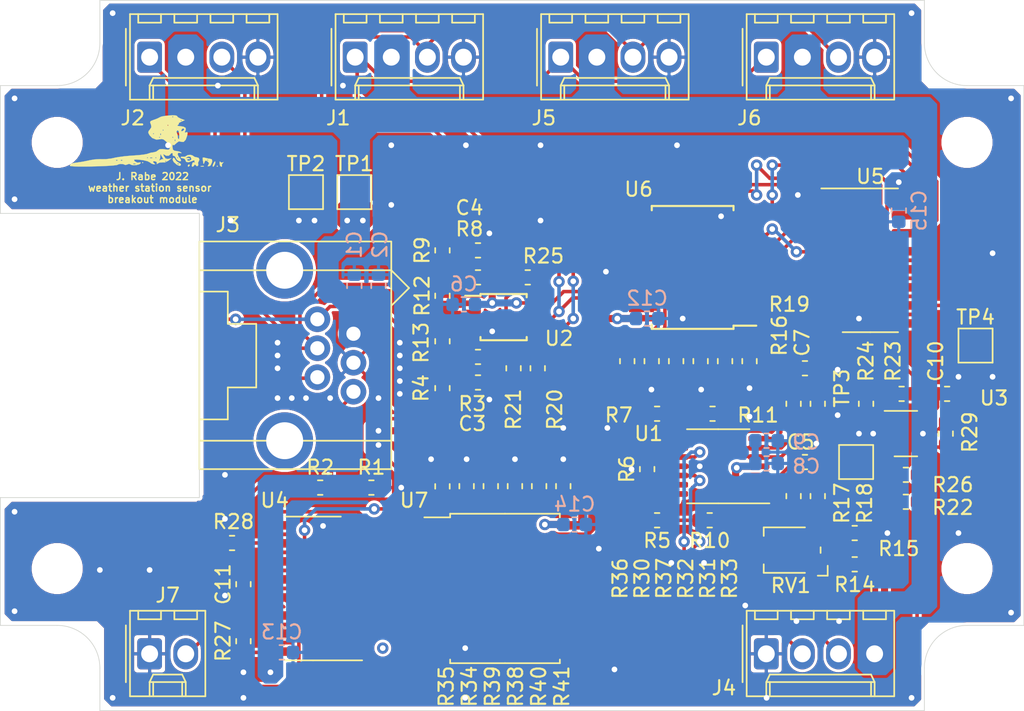
<source format=kicad_pcb>
(kicad_pcb (version 20171130) (host pcbnew "(5.1.6)-1")
  (layers (0 F.Cu signal) (31 B.Cu signal) (34 B.Paste user) (35 F.Paste user) (36 B.SilkS user) (37 F.SilkS user) (38 B.Mask user) (39 F.Mask user) (44 Edge.Cuts user))
  (net 0 "")
  (net 1 GND)
  (net 2 /3V3)
  (net 3 "Net-(C3-Pad1)")
  (net 4 "Net-(C4-Pad1)")
  (net 5 "Net-(C5-Pad2)")
  (net 6 "Net-(C7-Pad2)")
  (net 7 /RAIN_TRG)
  (net 8 "Net-(J3-Pad1)")
  (net 9 /ADC)
  (net 10 "Net-(J4-Pad3)")
  (net 11 "Net-(J4-Pad2)")
  (net 12 /SCL)
  (net 13 /SDA)
  (net 14 "Net-(J7-Pad2)")
  (net 15 /SDA_RJ11)
  (net 16 "Net-(R5-Pad2)")
  (net 17 "Net-(R10-Pad2)")
  (net 18 "Net-(R6-Pad2)")
  (net 19 "Net-(R11-Pad1)")
  (net 20 /SCL_RJ11)
  (net 21 "Net-(R10-Pad1)")
  (net 22 "Net-(R11-Pad2)")
  (net 23 "Net-(R12-Pad1)")
  (net 24 "Net-(R13-Pad1)")
  (net 25 "Net-(R14-Pad2)")
  (net 26 "Net-(R15-Pad1)")
  (net 27 "Net-(R16-Pad2)")
  (net 28 "Net-(R17-Pad1)")
  (net 29 "Net-(R18-Pad1)")
  (net 30 "Net-(R20-Pad1)")
  (net 31 "Net-(R23-Pad2)")
  (net 32 "Net-(R26-Pad1)")
  (net 33 "Net-(R30-Pad2)")
  (net 34 "Net-(R32-Pad2)")
  (net 35 "Net-(R34-Pad2)")
  (net 36 "Net-(R36-Pad2)")
  (net 37 "Net-(R38-Pad2)")
  (net 38 "Net-(R40-Pad2)")
  (net 39 "Net-(U4-Pad15)")
  (net 40 "Net-(U4-Pad14)")
  (net 41 "Net-(U4-Pad13)")
  (net 42 "Net-(U4-Pad12)")
  (net 43 /RG_CLR)
  (net 44 "Net-(U4-Pad9)")
  (net 45 "Net-(U4-Pad7)")
  (net 46 "Net-(U4-Pad6)")
  (net 47 "Net-(U4-Pad5)")
  (net 48 "Net-(U4-Pad4)")
  (net 49 "Net-(U4-Pad3)")
  (net 50 "Net-(U4-Pad2)")
  (net 51 "Net-(U4-Pad1)")
  (net 52 "Net-(U5-Pad15)")
  (net 53 "Net-(U5-Pad14)")
  (net 54 "Net-(U5-Pad13)")
  (net 55 "Net-(U5-Pad12)")
  (net 56 /AN_CLR)
  (net 57 "Net-(U5-Pad9)")
  (net 58 "Net-(U5-Pad7)")
  (net 59 "Net-(U5-Pad6)")
  (net 60 "Net-(U5-Pad5)")
  (net 61 "Net-(U5-Pad4)")
  (net 62 "Net-(U5-Pad3)")
  (net 63 "Net-(U5-Pad2)")
  (net 64 "Net-(U5-Pad1)")
  (net 65 "Net-(U6-Pad20)")
  (net 66 "Net-(U6-Pad19)")
  (net 67 "Net-(U6-Pad1)")
  (net 68 "Net-(U7-Pad13)")
  (module custom:logo_JR_3 (layer F.Cu) (at 106.8 74.65)
    (fp_text reference G*** hide)
    (fp_text value LOGO hide)
  )
  (module custom:E5566-Q0LK22-L (layer F.Cu) (at 115.9 84.05 270)
    (fp_text reference J3 (at -3.2 4 180) (layer F.SilkS))
    (fp_text value 6P6C)
    (pad 1 thru_hole circle (at 8.55 -4.84 270) (size 1.8 1.8) (drill 1) (layers *.Cu *.Mask) (net 8 "Net-(J3-Pad1)"))
    (pad 2 thru_hole circle (at 7.53 -2.3 270) (size 1.8 1.8) (drill 1) (layers *.Cu *.Mask) (net 9 /ADC))
    (pad 3 thru_hole circle (at 6.51 -4.84 270) (size 1.8 1.8) (drill 1) (layers *.Cu *.Mask) (net 1 GND))
    (pad 4 thru_hole circle (at 5.49 -2.3 270) (size 1.8 1.8) (drill 1) (layers *.Cu *.Mask) (net 20 /SCL_RJ11))
    (pad 6 thru_hole circle (at 3.45 -2.3 270) (size 1.8 1.8) (drill 1) (layers *.Cu *.Mask) (net 15 /SDA_RJ11))
    (pad 5 thru_hole circle (at 4.47 -4.84 270) (size 1.8 1.8) (drill 1) (layers *.Cu *.Mask) (net 2 /3V3))
    (pad 7 thru_hole circle (at 12 0 270) (size 4 4) (drill 2.6) (layers *.Cu *.Mask))
    (pad 8 thru_hole circle (at 0 0 270) (size 4 4) (drill 2.6) (layers *.Cu *.Mask))
  )
  (module Connector_Molex:Molex_KK-254_AE-6410-02A_1x02_P2.54mm_Vertical (layer F.Cu) (at 106.4 111.05)
    (fp_text reference J7 (at 1.27 -4.12) (layer F.SilkS))
    (fp_text value Conn_01x02)
    (pad 2 thru_hole oval (at 2.54 0) (size 1.74 2.19) (drill 1.19) (layers *.Cu *.Mask) (net 14 "Net-(J7-Pad2)"))
    (pad 1 thru_hole roundrect (at 0 0) (size 1.74 2.19) (drill 1.19) (layers *.Cu *.Mask) (roundrect_rratio 0.143678) (net 1 GND))
  )
  (module Package_SO:SOIC-16W_7.5x10.3mm_P1.27mm (layer F.Cu) (at 131.4 106.45)
    (fp_text reference U7 (at -6.4 -6.2) (layer F.SilkS))
    (fp_text value PCF8574)
    (pad 16 smd roundrect (at 4.65 -4.445) (size 2.05 0.6) (layers F.Cu F.Paste F.Mask) (net 2 /3V3))
    (pad 15 smd roundrect (at 4.65 -3.175) (size 2.05 0.6) (layers F.Cu F.Paste F.Mask) (net 13 /SDA))
    (pad 14 smd roundrect (at 4.65 -1.905) (size 2.05 0.6) (layers F.Cu F.Paste F.Mask) (net 12 /SCL))
    (pad 13 smd roundrect (at 4.65 -0.635) (size 2.05 0.6) (layers F.Cu F.Paste F.Mask) (net 68 "Net-(U7-Pad13)"))
    (pad 12 smd roundrect (at 4.65 0.635) (size 2.05 0.6) (layers F.Cu F.Paste F.Mask) (net 41 "Net-(U4-Pad13)"))
    (pad 11 smd roundrect (at 4.65 1.905) (size 2.05 0.6) (layers F.Cu F.Paste F.Mask) (net 48 "Net-(U4-Pad4)"))
    (pad 10 smd roundrect (at 4.65 3.175) (size 2.05 0.6) (layers F.Cu F.Paste F.Mask) (net 50 "Net-(U4-Pad2)"))
    (pad 9 smd roundrect (at 4.65 4.445) (size 2.05 0.6) (layers F.Cu F.Paste F.Mask) (net 49 "Net-(U4-Pad3)"))
    (pad 8 smd roundrect (at -4.65 4.445) (size 2.05 0.6) (layers F.Cu F.Paste F.Mask) (net 1 GND))
    (pad 7 smd roundrect (at -4.65 3.175) (size 2.05 0.6) (layers F.Cu F.Paste F.Mask) (net 47 "Net-(U4-Pad5)"))
    (pad 6 smd roundrect (at -4.65 1.905) (size 2.05 0.6) (layers F.Cu F.Paste F.Mask) (net 46 "Net-(U4-Pad6)"))
    (pad 5 smd roundrect (at -4.65 0.635) (size 2.05 0.6) (layers F.Cu F.Paste F.Mask) (net 45 "Net-(U4-Pad7)"))
    (pad 4 smd roundrect (at -4.65 -0.635) (size 2.05 0.6) (layers F.Cu F.Paste F.Mask) (net 44 "Net-(U4-Pad9)"))
    (pad 3 smd roundrect (at -4.65 -1.905) (size 2.05 0.6) (layers F.Cu F.Paste F.Mask) (net 38 "Net-(R40-Pad2)"))
    (pad 2 smd roundrect (at -4.65 -3.175) (size 2.05 0.6) (layers F.Cu F.Paste F.Mask) (net 37 "Net-(R38-Pad2)"))
    (pad 1 smd roundrect (at -4.65 -4.445) (size 2.05 0.6) (layers F.Cu F.Paste F.Mask) (net 35 "Net-(R34-Pad2)"))
  )
  (module Package_SO:SSOP-24_5.3x8.2mm_P0.65mm (layer F.Cu) (at 144.6 83.85 180)
    (fp_text reference U6 (at 3.8 5.5) (layer F.SilkS))
    (fp_text value TCA9555DBR)
    (pad 24 smd rect (at 3.6 -3.575 180) (size 1.75 0.45) (layers F.Cu F.Paste F.Mask) (net 2 /3V3))
    (pad 23 smd rect (at 3.6 -2.925 180) (size 1.75 0.45) (layers F.Cu F.Paste F.Mask) (net 13 /SDA))
    (pad 22 smd rect (at 3.6 -2.275 180) (size 1.75 0.45) (layers F.Cu F.Paste F.Mask) (net 12 /SCL))
    (pad 21 smd rect (at 3.6 -1.625 180) (size 1.75 0.45) (layers F.Cu F.Paste F.Mask) (net 36 "Net-(R36-Pad2)"))
    (pad 20 smd rect (at 3.6 -0.975 180) (size 1.75 0.45) (layers F.Cu F.Paste F.Mask) (net 65 "Net-(U6-Pad20)"))
    (pad 19 smd rect (at 3.6 -0.325 180) (size 1.75 0.45) (layers F.Cu F.Paste F.Mask) (net 66 "Net-(U6-Pad19)"))
    (pad 18 smd rect (at 3.6 0.325 180) (size 1.75 0.45) (layers F.Cu F.Paste F.Mask) (net 56 /AN_CLR))
    (pad 17 smd rect (at 3.6 0.975 180) (size 1.75 0.45) (layers F.Cu F.Paste F.Mask) (net 43 /RG_CLR))
    (pad 16 smd rect (at 3.6 1.625 180) (size 1.75 0.45) (layers F.Cu F.Paste F.Mask) (net 64 "Net-(U5-Pad1)"))
    (pad 15 smd rect (at 3.6 2.275 180) (size 1.75 0.45) (layers F.Cu F.Paste F.Mask) (net 52 "Net-(U5-Pad15)"))
    (pad 14 smd rect (at 3.6 2.925 180) (size 1.75 0.45) (layers F.Cu F.Paste F.Mask) (net 53 "Net-(U5-Pad14)"))
    (pad 13 smd rect (at 3.6 3.575 180) (size 1.75 0.45) (layers F.Cu F.Paste F.Mask) (net 55 "Net-(U5-Pad12)"))
    (pad 12 smd rect (at -3.6 3.575 180) (size 1.75 0.45) (layers F.Cu F.Paste F.Mask) (net 1 GND))
    (pad 11 smd rect (at -3.6 2.925 180) (size 1.75 0.45) (layers F.Cu F.Paste F.Mask) (net 54 "Net-(U5-Pad13)"))
    (pad 10 smd rect (at -3.6 2.275 180) (size 1.75 0.45) (layers F.Cu F.Paste F.Mask) (net 61 "Net-(U5-Pad4)"))
    (pad 9 smd rect (at -3.6 1.625 180) (size 1.75 0.45) (layers F.Cu F.Paste F.Mask) (net 63 "Net-(U5-Pad2)"))
    (pad 8 smd rect (at -3.6 0.975 180) (size 1.75 0.45) (layers F.Cu F.Paste F.Mask) (net 62 "Net-(U5-Pad3)"))
    (pad 7 smd rect (at -3.6 0.325 180) (size 1.75 0.45) (layers F.Cu F.Paste F.Mask) (net 60 "Net-(U5-Pad5)"))
    (pad 6 smd rect (at -3.6 -0.325 180) (size 1.75 0.45) (layers F.Cu F.Paste F.Mask) (net 59 "Net-(U5-Pad6)"))
    (pad 5 smd rect (at -3.6 -0.975 180) (size 1.75 0.45) (layers F.Cu F.Paste F.Mask) (net 58 "Net-(U5-Pad7)"))
    (pad 4 smd rect (at -3.6 -1.625 180) (size 1.75 0.45) (layers F.Cu F.Paste F.Mask) (net 57 "Net-(U5-Pad9)"))
    (pad 3 smd rect (at -3.6 -2.275 180) (size 1.75 0.45) (layers F.Cu F.Paste F.Mask) (net 33 "Net-(R30-Pad2)"))
    (pad 2 smd rect (at -3.6 -2.925 180) (size 1.75 0.45) (layers F.Cu F.Paste F.Mask) (net 34 "Net-(R32-Pad2)"))
    (pad 1 smd rect (at -3.6 -3.575 180) (size 1.75 0.45) (layers F.Cu F.Paste F.Mask) (net 67 "Net-(U6-Pad1)"))
  )
  (module Package_SO:SOIC-16_3.9x9.9mm_P1.27mm (layer F.Cu) (at 157.1 83.35)
    (fp_text reference U5 (at 0 -5.9) (layer F.SilkS))
    (fp_text value MC14040B)
    (pad 16 smd roundrect (at 2.475 -4.445) (size 1.95 0.6) (layers F.Cu F.Paste F.Mask) (net 2 /3V3))
    (pad 15 smd roundrect (at 2.475 -3.175) (size 1.95 0.6) (layers F.Cu F.Paste F.Mask) (net 52 "Net-(U5-Pad15)"))
    (pad 14 smd roundrect (at 2.475 -1.905) (size 1.95 0.6) (layers F.Cu F.Paste F.Mask) (net 53 "Net-(U5-Pad14)"))
    (pad 13 smd roundrect (at 2.475 -0.635) (size 1.95 0.6) (layers F.Cu F.Paste F.Mask) (net 54 "Net-(U5-Pad13)"))
    (pad 12 smd roundrect (at 2.475 0.635) (size 1.95 0.6) (layers F.Cu F.Paste F.Mask) (net 55 "Net-(U5-Pad12)"))
    (pad 11 smd roundrect (at 2.475 1.905) (size 1.95 0.6) (layers F.Cu F.Paste F.Mask) (net 56 /AN_CLR))
    (pad 10 smd roundrect (at 2.475 3.175) (size 1.95 0.6) (layers F.Cu F.Paste F.Mask) (net 32 "Net-(R26-Pad1)"))
    (pad 9 smd roundrect (at 2.475 4.445) (size 1.95 0.6) (layers F.Cu F.Paste F.Mask) (net 57 "Net-(U5-Pad9)"))
    (pad 8 smd roundrect (at -2.475 4.445) (size 1.95 0.6) (layers F.Cu F.Paste F.Mask) (net 1 GND))
    (pad 7 smd roundrect (at -2.475 3.175) (size 1.95 0.6) (layers F.Cu F.Paste F.Mask) (net 58 "Net-(U5-Pad7)"))
    (pad 6 smd roundrect (at -2.475 1.905) (size 1.95 0.6) (layers F.Cu F.Paste F.Mask) (net 59 "Net-(U5-Pad6)"))
    (pad 5 smd roundrect (at -2.475 0.635) (size 1.95 0.6) (layers F.Cu F.Paste F.Mask) (net 60 "Net-(U5-Pad5)"))
    (pad 4 smd roundrect (at -2.475 -0.635) (size 1.95 0.6) (layers F.Cu F.Paste F.Mask) (net 61 "Net-(U5-Pad4)"))
    (pad 3 smd roundrect (at -2.475 -1.905) (size 1.95 0.6) (layers F.Cu F.Paste F.Mask) (net 62 "Net-(U5-Pad3)"))
    (pad 2 smd roundrect (at -2.475 -3.175) (size 1.95 0.6) (layers F.Cu F.Paste F.Mask) (net 63 "Net-(U5-Pad2)"))
    (pad 1 smd roundrect (at -2.475 -4.445) (size 1.95 0.6) (layers F.Cu F.Paste F.Mask) (net 64 "Net-(U5-Pad1)"))
  )
  (module Package_SO:SOIC-16_3.9x9.9mm_P1.27mm (layer F.Cu) (at 117.9 106.45 180)
    (fp_text reference U4 (at 2.7 6.2) (layer F.SilkS))
    (fp_text value MC14040B)
    (pad 16 smd roundrect (at 2.475 -4.445 180) (size 1.95 0.6) (layers F.Cu F.Paste F.Mask) (net 2 /3V3))
    (pad 15 smd roundrect (at 2.475 -3.175 180) (size 1.95 0.6) (layers F.Cu F.Paste F.Mask) (net 39 "Net-(U4-Pad15)"))
    (pad 14 smd roundrect (at 2.475 -1.905 180) (size 1.95 0.6) (layers F.Cu F.Paste F.Mask) (net 40 "Net-(U4-Pad14)"))
    (pad 13 smd roundrect (at 2.475 -0.635 180) (size 1.95 0.6) (layers F.Cu F.Paste F.Mask) (net 41 "Net-(U4-Pad13)"))
    (pad 12 smd roundrect (at 2.475 0.635 180) (size 1.95 0.6) (layers F.Cu F.Paste F.Mask) (net 42 "Net-(U4-Pad12)"))
    (pad 11 smd roundrect (at 2.475 1.905 180) (size 1.95 0.6) (layers F.Cu F.Paste F.Mask) (net 43 /RG_CLR))
    (pad 10 smd roundrect (at 2.475 3.175 180) (size 1.95 0.6) (layers F.Cu F.Paste F.Mask) (net 7 /RAIN_TRG))
    (pad 9 smd roundrect (at 2.475 4.445 180) (size 1.95 0.6) (layers F.Cu F.Paste F.Mask) (net 44 "Net-(U4-Pad9)"))
    (pad 8 smd roundrect (at -2.475 4.445 180) (size 1.95 0.6) (layers F.Cu F.Paste F.Mask) (net 1 GND))
    (pad 7 smd roundrect (at -2.475 3.175 180) (size 1.95 0.6) (layers F.Cu F.Paste F.Mask) (net 45 "Net-(U4-Pad7)"))
    (pad 6 smd roundrect (at -2.475 1.905 180) (size 1.95 0.6) (layers F.Cu F.Paste F.Mask) (net 46 "Net-(U4-Pad6)"))
    (pad 5 smd roundrect (at -2.475 0.635 180) (size 1.95 0.6) (layers F.Cu F.Paste F.Mask) (net 47 "Net-(U4-Pad5)"))
    (pad 4 smd roundrect (at -2.475 -0.635 180) (size 1.95 0.6) (layers F.Cu F.Paste F.Mask) (net 48 "Net-(U4-Pad4)"))
    (pad 3 smd roundrect (at -2.475 -1.905 180) (size 1.95 0.6) (layers F.Cu F.Paste F.Mask) (net 49 "Net-(U4-Pad3)"))
    (pad 2 smd roundrect (at -2.475 -3.175 180) (size 1.95 0.6) (layers F.Cu F.Paste F.Mask) (net 50 "Net-(U4-Pad2)"))
    (pad 1 smd roundrect (at -2.475 -4.445 180) (size 1.95 0.6) (layers F.Cu F.Paste F.Mask) (net 51 "Net-(U4-Pad1)"))
  )
  (module Package_SO:TSOP-5_1.65x3.05mm_P0.95mm (layer F.Cu) (at 159.6 95.55)
    (fp_text reference U3 (at 6.2 -2.5) (layer F.SilkS))
    (fp_text value LMV331)
    (pad 5 smd rect (at 1.16 -0.95) (size 0.7 0.51) (layers F.Cu F.Paste F.Mask) (net 2 /3V3))
    (pad 4 smd rect (at 1.16 0.95) (size 0.7 0.51) (layers F.Cu F.Paste F.Mask) (net 32 "Net-(R26-Pad1)"))
    (pad 3 smd rect (at -1.16 0.95) (size 0.7 0.51) (layers F.Cu F.Paste F.Mask) (net 6 "Net-(C7-Pad2)"))
    (pad 2 smd rect (at -1.16 0) (size 0.7 0.51) (layers F.Cu F.Paste F.Mask) (net 1 GND))
    (pad 1 smd rect (at -1.16 -0.95) (size 0.7 0.51) (layers F.Cu F.Paste F.Mask) (net 31 "Net-(R23-Pad2)"))
  )
  (module Package_SO:TSSOP-8_3x3mm_P0.65mm (layer F.Cu) (at 131.3 87.35)
    (fp_text reference U2 (at 3.9 1.5) (layer F.SilkS))
    (fp_text value PCA9517A)
    (pad 8 smd rect (at 2.15 -0.975) (size 1.1 0.4) (layers F.Cu F.Paste F.Mask) (net 2 /3V3))
    (pad 7 smd rect (at 2.15 -0.325) (size 1.1 0.4) (layers F.Cu F.Paste F.Mask) (net 12 /SCL))
    (pad 6 smd rect (at 2.15 0.325) (size 1.1 0.4) (layers F.Cu F.Paste F.Mask) (net 13 /SDA))
    (pad 5 smd rect (at 2.15 0.975) (size 1.1 0.4) (layers F.Cu F.Paste F.Mask) (net 30 "Net-(R20-Pad1)"))
    (pad 4 smd rect (at -2.15 0.975) (size 1.1 0.4) (layers F.Cu F.Paste F.Mask) (net 1 GND))
    (pad 3 smd rect (at -2.15 0.325) (size 1.1 0.4) (layers F.Cu F.Paste F.Mask) (net 24 "Net-(R13-Pad1)"))
    (pad 2 smd rect (at -2.15 -0.325) (size 1.1 0.4) (layers F.Cu F.Paste F.Mask) (net 23 "Net-(R12-Pad1)"))
    (pad 1 smd rect (at -2.15 -0.975) (size 1.1 0.4) (layers F.Cu F.Paste F.Mask) (net 2 /3V3))
  )
  (module Package_SO:TSSOP-14_4.4x5mm_P0.65mm (layer F.Cu) (at 146.4 97.85 180)
    (fp_text reference U1 (at 4.9 2.3) (layer F.SilkS))
    (fp_text value LMV324)
    (pad 14 smd roundrect (at 2.8625 -1.95 180) (size 1.475 0.4) (layers F.Cu F.Paste F.Mask) (net 17 "Net-(R10-Pad2)"))
    (pad 13 smd roundrect (at 2.8625 -1.3 180) (size 1.475 0.4) (layers F.Cu F.Paste F.Mask) (net 16 "Net-(R5-Pad2)"))
    (pad 12 smd roundrect (at 2.8625 -0.65 180) (size 1.475 0.4) (layers F.Cu F.Paste F.Mask) (net 10 "Net-(J4-Pad3)"))
    (pad 11 smd roundrect (at 2.8625 0 180) (size 1.475 0.4) (layers F.Cu F.Paste F.Mask) (net 1 GND))
    (pad 10 smd roundrect (at 2.8625 0.65 180) (size 1.475 0.4) (layers F.Cu F.Paste F.Mask) (net 11 "Net-(J4-Pad2)"))
    (pad 9 smd roundrect (at 2.8625 1.3 180) (size 1.475 0.4) (layers F.Cu F.Paste F.Mask) (net 18 "Net-(R6-Pad2)"))
    (pad 8 smd roundrect (at 2.8625 1.95 180) (size 1.475 0.4) (layers F.Cu F.Paste F.Mask) (net 19 "Net-(R11-Pad1)"))
    (pad 7 smd roundrect (at -2.8625 1.95 180) (size 1.475 0.4) (layers F.Cu F.Paste F.Mask) (net 27 "Net-(R16-Pad2)"))
    (pad 6 smd roundrect (at -2.8625 1.3 180) (size 1.475 0.4) (layers F.Cu F.Paste F.Mask) (net 22 "Net-(R11-Pad2)"))
    (pad 5 smd roundrect (at -2.8625 0.65 180) (size 1.475 0.4) (layers F.Cu F.Paste F.Mask) (net 21 "Net-(R10-Pad1)"))
    (pad 4 smd roundrect (at -2.8625 0 180) (size 1.475 0.4) (layers F.Cu F.Paste F.Mask) (net 2 /3V3))
    (pad 3 smd roundrect (at -2.8625 -0.65 180) (size 1.475 0.4) (layers F.Cu F.Paste F.Mask) (net 5 "Net-(C5-Pad2)"))
    (pad 2 smd roundrect (at -2.8625 -1.3 180) (size 1.475 0.4) (layers F.Cu F.Paste F.Mask) (net 29 "Net-(R18-Pad1)"))
    (pad 1 smd roundrect (at -2.8625 -1.95 180) (size 1.475 0.4) (layers F.Cu F.Paste F.Mask) (net 28 "Net-(R17-Pad1)"))
  )
  (module TestPoint:TestPoint_Pad_2.0x2.0mm (layer F.Cu) (at 164.5 89.35)
    (fp_text reference TP4 (at 0 -1.998) (layer F.SilkS))
    (fp_text value RCU-0C)
    (pad 1 smd rect (at 0 0) (size 2 2) (layers F.Cu F.Mask) (net 32 "Net-(R26-Pad1)"))
  )
  (module TestPoint:TestPoint_Pad_2.0x2.0mm (layer F.Cu) (at 156.1 97.55)
    (fp_text reference TP3 (at -1 -5.2 90) (layer F.SilkS))
    (fp_text value RCU-0C)
    (pad 1 smd rect (at 0 0) (size 2 2) (layers F.Cu F.Mask) (net 6 "Net-(C7-Pad2)"))
  )
  (module TestPoint:TestPoint_Pad_2.0x2.0mm (layer F.Cu) (at 117.4 78.55)
    (fp_text reference TP2 (at 0 -1.998) (layer F.SilkS))
    (fp_text value RCU-0C)
    (pad 1 smd rect (at 0 0) (size 2 2) (layers F.Cu F.Mask) (net 1 GND))
  )
  (module TestPoint:TestPoint_Pad_2.0x2.0mm (layer F.Cu) (at 120.8 78.55)
    (fp_text reference TP1 (at 0 -1.998) (layer F.SilkS))
    (fp_text value RCU-0C)
    (pad 1 smd rect (at 0 0) (size 2 2) (layers F.Cu F.Mask) (net 2 /3V3))
  )
  (module Potentiometer_SMD:Potentiometer_Bourns_TC33X_Vertical (layer F.Cu) (at 151.5 103.75 180)
    (fp_text reference RV1 (at 0 -2.5) (layer F.SilkS))
    (fp_text value 10k)
    (pad 2 smd rect (at 1.45 0 180) (size 1.5 1.6) (layers F.Cu F.Paste F.Mask) (net 5 "Net-(C5-Pad2)"))
    (pad 3 smd rect (at -1.8 1 180) (size 1.2 1.2) (layers F.Cu F.Paste F.Mask) (net 26 "Net-(R15-Pad1)"))
    (pad 1 smd rect (at -1.8 -1 180) (size 1.2 1.2) (layers F.Cu F.Paste F.Mask) (net 25 "Net-(R14-Pad2)"))
  )
  (module Resistor_SMD:R_0603_1608Metric (layer F.Cu) (at 135.5 99.25 90)
    (fp_text reference R41 (at -14.1 -0.1 90) (layer F.SilkS))
    (fp_text value 0)
    (pad 2 smd roundrect (at 0.7875 0 90) (size 0.875 0.95) (layers F.Cu F.Paste F.Mask) (net 1 GND))
    (pad 1 smd roundrect (at -0.7875 0 90) (size 0.875 0.95) (layers F.Cu F.Paste F.Mask) (net 38 "Net-(R40-Pad2)"))
  )
  (module Resistor_SMD:R_0603_1608Metric (layer F.Cu) (at 133.8 99.25 270)
    (fp_text reference R40 (at 14.1 0.026 90) (layer F.SilkS))
    (fp_text value DNF)
    (pad 2 smd roundrect (at 0.7875 0 270) (size 0.875 0.95) (layers F.Cu F.Paste F.Mask) (net 38 "Net-(R40-Pad2)"))
    (pad 1 smd roundrect (at -0.7875 0 270) (size 0.875 0.95) (layers F.Cu F.Paste F.Mask) (net 2 /3V3))
  )
  (module Resistor_SMD:R_0603_1608Metric (layer F.Cu) (at 132.1 99.25 90)
    (fp_text reference R39 (at -14.1 -1.578 90) (layer F.SilkS))
    (fp_text value 0)
    (pad 2 smd roundrect (at 0.7875 0 90) (size 0.875 0.95) (layers F.Cu F.Paste F.Mask) (net 1 GND))
    (pad 1 smd roundrect (at -0.7875 0 90) (size 0.875 0.95) (layers F.Cu F.Paste F.Mask) (net 37 "Net-(R38-Pad2)"))
  )
  (module Resistor_SMD:R_0603_1608Metric (layer F.Cu) (at 130.4 99.25 270)
    (fp_text reference R38 (at 14.1 -1.748 90) (layer F.SilkS))
    (fp_text value DNF)
    (pad 2 smd roundrect (at 0.7875 0 270) (size 0.875 0.95) (layers F.Cu F.Paste F.Mask) (net 37 "Net-(R38-Pad2)"))
    (pad 1 smd roundrect (at -0.7875 0 270) (size 0.875 0.95) (layers F.Cu F.Paste F.Mask) (net 2 /3V3))
  )
  (module Resistor_SMD:R_0603_1608Metric (layer F.Cu) (at 141.72 90.45 270)
    (fp_text reference R37 (at 15.3 -0.86 90) (layer F.SilkS))
    (fp_text value 0)
    (pad 2 smd roundrect (at 0.7875 0 270) (size 0.875 0.95) (layers F.Cu F.Paste F.Mask) (net 1 GND))
    (pad 1 smd roundrect (at -0.7875 0 270) (size 0.875 0.95) (layers F.Cu F.Paste F.Mask) (net 36 "Net-(R36-Pad2)"))
  )
  (module Resistor_SMD:R_0603_1608Metric (layer F.Cu) (at 140 90.45 90)
    (fp_text reference R36 (at -15.3 -0.5 90) (layer F.SilkS))
    (fp_text value DNF)
    (pad 2 smd roundrect (at 0.7875 0 90) (size 0.875 0.95) (layers F.Cu F.Paste F.Mask) (net 36 "Net-(R36-Pad2)"))
    (pad 1 smd roundrect (at -0.7875 0 90) (size 0.875 0.95) (layers F.Cu F.Paste F.Mask) (net 2 /3V3))
  )
  (module Resistor_SMD:R_0603_1608Metric (layer F.Cu) (at 128.7 99.25 90)
    (fp_text reference R35 (at -14.1 -1.43 90) (layer F.SilkS))
    (fp_text value 0)
    (pad 2 smd roundrect (at 0.7875 0 90) (size 0.875 0.95) (layers F.Cu F.Paste F.Mask) (net 1 GND))
    (pad 1 smd roundrect (at -0.7875 0 90) (size 0.875 0.95) (layers F.Cu F.Paste F.Mask) (net 35 "Net-(R34-Pad2)"))
  )
  (module Resistor_SMD:R_0603_1608Metric (layer F.Cu) (at 127 99.2625 270)
    (fp_text reference R34 (at 14.0875 -1.896 90) (layer F.SilkS))
    (fp_text value DNF)
    (pad 2 smd roundrect (at 0.7875 0 270) (size 0.875 0.95) (layers F.Cu F.Paste F.Mask) (net 35 "Net-(R34-Pad2)"))
    (pad 1 smd roundrect (at -0.7875 0 270) (size 0.875 0.95) (layers F.Cu F.Paste F.Mask) (net 2 /3V3))
  )
  (module Resistor_SMD:R_0603_1608Metric (layer F.Cu) (at 148.6 90.45 270)
    (fp_text reference R33 (at 15.3 1.4 90) (layer F.SilkS))
    (fp_text value 0)
    (pad 2 smd roundrect (at 0.7875 0 270) (size 0.875 0.95) (layers F.Cu F.Paste F.Mask) (net 1 GND))
    (pad 1 smd roundrect (at -0.7875 0 270) (size 0.875 0.95) (layers F.Cu F.Paste F.Mask) (net 34 "Net-(R32-Pad2)"))
  )
  (module Resistor_SMD:R_0603_1608Metric (layer F.Cu) (at 146.88 90.45 90)
    (fp_text reference R32 (at -15.3 -2.76 90) (layer F.SilkS))
    (fp_text value DNF)
    (pad 2 smd roundrect (at 0.7875 0 90) (size 0.875 0.95) (layers F.Cu F.Paste F.Mask) (net 34 "Net-(R32-Pad2)"))
    (pad 1 smd roundrect (at -0.7875 0 90) (size 0.875 0.95) (layers F.Cu F.Paste F.Mask) (net 2 /3V3))
  )
  (module Resistor_SMD:R_0603_1608Metric (layer F.Cu) (at 145.16 90.45 270)
    (fp_text reference R31 (at 15.3 -0.5 90) (layer F.SilkS))
    (fp_text value 0)
    (pad 2 smd roundrect (at 0.7875 0 270) (size 0.875 0.95) (layers F.Cu F.Paste F.Mask) (net 1 GND))
    (pad 1 smd roundrect (at -0.7875 0 270) (size 0.875 0.95) (layers F.Cu F.Paste F.Mask) (net 33 "Net-(R30-Pad2)"))
  )
  (module Resistor_SMD:R_0603_1608Metric (layer F.Cu) (at 143.44 90.45 90)
    (fp_text reference R30 (at -15.3 -2.4 90) (layer F.SilkS))
    (fp_text value DNF)
    (pad 2 smd roundrect (at 0.7875 0 90) (size 0.875 0.95) (layers F.Cu F.Paste F.Mask) (net 33 "Net-(R30-Pad2)"))
    (pad 1 smd roundrect (at -0.7875 0 90) (size 0.875 0.95) (layers F.Cu F.Paste F.Mask) (net 2 /3V3))
  )
  (module Resistor_SMD:R_0603_1608Metric (layer F.Cu) (at 162.4 95.55 270)
    (fp_text reference R29 (at -0.1 -1.7 90) (layer F.SilkS))
    (fp_text value 10k)
    (pad 2 smd roundrect (at 0.7875 0 270) (size 0.875 0.95) (layers F.Cu F.Paste F.Mask) (net 32 "Net-(R26-Pad1)"))
    (pad 1 smd roundrect (at -0.7875 0 270) (size 0.875 0.95) (layers F.Cu F.Paste F.Mask) (net 2 /3V3))
  )
  (module Resistor_SMD:R_0603_1608Metric (layer F.Cu) (at 112.2 103.25 180)
    (fp_text reference R28 (at -0.1 1.5) (layer F.SilkS))
    (fp_text value 100k)
    (pad 2 smd roundrect (at 0.7875 0 180) (size 0.875 0.95) (layers F.Cu F.Paste F.Mask) (net 14 "Net-(J7-Pad2)"))
    (pad 1 smd roundrect (at -0.7875 0 180) (size 0.875 0.95) (layers F.Cu F.Paste F.Mask) (net 7 /RAIN_TRG))
  )
  (module Resistor_SMD:R_0603_1608Metric (layer F.Cu) (at 113 110.1625 90)
    (fp_text reference R27 (at 0 -1.43 90) (layer F.SilkS))
    (fp_text value 10k)
    (pad 2 smd roundrect (at 0.7875 0 90) (size 0.875 0.95) (layers F.Cu F.Paste F.Mask) (net 14 "Net-(J7-Pad2)"))
    (pad 1 smd roundrect (at -0.7875 0 90) (size 0.875 0.95) (layers F.Cu F.Paste F.Mask) (net 2 /3V3))
  )
  (module Resistor_SMD:R_0603_1608Metric (layer F.Cu) (at 159.6 98.45 180)
    (fp_text reference R26 (at -3.3 -0.7) (layer F.SilkS))
    (fp_text value 775k)
    (pad 2 smd roundrect (at 0.7875 0 180) (size 0.875 0.95) (layers F.Cu F.Paste F.Mask) (net 31 "Net-(R23-Pad2)"))
    (pad 1 smd roundrect (at -0.7875 0 180) (size 0.875 0.95) (layers F.Cu F.Paste F.Mask) (net 32 "Net-(R26-Pad1)"))
  )
  (module Resistor_SMD:R_0603_1608Metric (layer F.Cu) (at 133 84.55 180)
    (fp_text reference R25 (at -1.1 1.5) (layer F.SilkS))
    (fp_text value 10k)
    (pad 2 smd roundrect (at 0.7875 0 180) (size 0.875 0.95) (layers F.Cu F.Paste F.Mask) (net 2 /3V3))
    (pad 1 smd roundrect (at -0.7875 0 180) (size 0.875 0.95) (layers F.Cu F.Paste F.Mask) (net 12 /SCL))
  )
  (module Resistor_SMD:R_0603_1608Metric (layer F.Cu) (at 156.8 93.45 270)
    (fp_text reference R24 (at -3 0 90) (layer F.SilkS))
    (fp_text value 100k)
    (pad 2 smd roundrect (at 0.7875 0 270) (size 0.875 0.95) (layers F.Cu F.Paste F.Mask) (net 1 GND))
    (pad 1 smd roundrect (at -0.7875 0 270) (size 0.875 0.95) (layers F.Cu F.Paste F.Mask) (net 31 "Net-(R23-Pad2)"))
  )
  (module Resistor_SMD:R_0603_1608Metric (layer F.Cu) (at 159.3 92.75 180)
    (fp_text reference R23 (at 0.6 2.3 90) (layer F.SilkS))
    (fp_text value 100k)
    (pad 2 smd roundrect (at 0.7875 0 180) (size 0.875 0.95) (layers F.Cu F.Paste F.Mask) (net 31 "Net-(R23-Pad2)"))
    (pad 1 smd roundrect (at -0.7875 0 180) (size 0.875 0.95) (layers F.Cu F.Paste F.Mask) (net 2 /3V3))
  )
  (module Resistor_SMD:R_0603_1608Metric (layer F.Cu) (at 159.6 100.35 180)
    (fp_text reference R22 (at -3.3 -0.4) (layer F.SilkS))
    (fp_text value DNF)
    (pad 2 smd roundrect (at 0.7875 0 180) (size 0.875 0.95) (layers F.Cu F.Paste F.Mask) (net 6 "Net-(C7-Pad2)"))
    (pad 1 smd roundrect (at -0.7875 0 180) (size 0.875 0.95) (layers F.Cu F.Paste F.Mask) (net 9 /ADC))
  )
  (module Resistor_SMD:R_0603_1608Metric (layer F.Cu) (at 132 90.95 270)
    (fp_text reference R21 (at 2.9 0 90) (layer F.SilkS))
    (fp_text value 10k)
    (pad 2 smd roundrect (at 0.7875 0 270) (size 0.875 0.95) (layers F.Cu F.Paste F.Mask) (net 2 /3V3))
    (pad 1 smd roundrect (at -0.7875 0 270) (size 0.875 0.95) (layers F.Cu F.Paste F.Mask) (net 13 /SDA))
  )
  (module Resistor_SMD:R_0603_1608Metric (layer F.Cu) (at 133.7 90.95 270)
    (fp_text reference R20 (at 2.9 -1.2 90) (layer F.SilkS))
    (fp_text value 10k)
    (pad 2 smd roundrect (at 0.7875 0 270) (size 0.875 0.95) (layers F.Cu F.Paste F.Mask) (net 2 /3V3))
    (pad 1 smd roundrect (at -0.7875 0 270) (size 0.875 0.95) (layers F.Cu F.Paste F.Mask) (net 30 "Net-(R20-Pad1)"))
  )
  (module Resistor_SMD:R_0603_1608Metric (layer F.Cu) (at 152.5 90.95 180)
    (fp_text reference R19 (at 1.1 4.5) (layer F.SilkS))
    (fp_text value 1.6k)
    (pad 2 smd roundrect (at 0.7875 0 180) (size 0.875 0.95) (layers F.Cu F.Paste F.Mask) (net 27 "Net-(R16-Pad2)"))
    (pad 1 smd roundrect (at -0.7875 0 180) (size 0.875 0.95) (layers F.Cu F.Paste F.Mask) (net 6 "Net-(C7-Pad2)"))
  )
  (module Resistor_SMD:R_0603_1608Metric (layer F.Cu) (at 151.7 99.95 270)
    (fp_text reference R18 (at 0.5 -5 270) (layer F.SilkS))
    (fp_text value 0)
    (pad 2 smd roundrect (at 0.7875 0 270) (size 0.875 0.95) (layers F.Cu F.Paste F.Mask) (net 28 "Net-(R17-Pad1)"))
    (pad 1 smd roundrect (at -0.7875 0 270) (size 0.875 0.95) (layers F.Cu F.Paste F.Mask) (net 29 "Net-(R18-Pad1)"))
  )
  (module Resistor_SMD:R_0603_1608Metric (layer F.Cu) (at 153.4 99.95 90)
    (fp_text reference R17 (at -0.5 1.7 270) (layer F.SilkS))
    (fp_text value 39k)
    (pad 2 smd roundrect (at 0.7875 0 90) (size 0.875 0.95) (layers F.Cu F.Paste F.Mask) (net 21 "Net-(R10-Pad1)"))
    (pad 1 smd roundrect (at -0.7875 0 90) (size 0.875 0.95) (layers F.Cu F.Paste F.Mask) (net 28 "Net-(R17-Pad1)"))
  )
  (module Resistor_SMD:R_0603_1608Metric (layer F.Cu) (at 151.7 93.45 90)
    (fp_text reference R16 (at 4.8 -1 90) (layer F.SilkS))
    (fp_text value 39k)
    (pad 2 smd roundrect (at 0.7875 0 90) (size 0.875 0.95) (layers F.Cu F.Paste F.Mask) (net 27 "Net-(R16-Pad2)"))
    (pad 1 smd roundrect (at -0.7875 0 90) (size 0.875 0.95) (layers F.Cu F.Paste F.Mask) (net 22 "Net-(R11-Pad2)"))
  )
  (module Resistor_SMD:R_0603_1608Metric (layer F.Cu) (at 156 102.55)
    (fp_text reference R15 (at 3.1 1.1 180) (layer F.SilkS))
    (fp_text value 33k)
    (pad 2 smd roundrect (at 0.7875 0) (size 0.875 0.95) (layers F.Cu F.Paste F.Mask) (net 1 GND))
    (pad 1 smd roundrect (at -0.7875 0) (size 0.875 0.95) (layers F.Cu F.Paste F.Mask) (net 26 "Net-(R15-Pad1)"))
  )
  (module Resistor_SMD:R_0603_1608Metric (layer F.Cu) (at 156 104.75 180)
    (fp_text reference R14 (at 0 -1.43) (layer F.SilkS))
    (fp_text value 33k)
    (pad 2 smd roundrect (at 0.7875 0 180) (size 0.875 0.95) (layers F.Cu F.Paste F.Mask) (net 25 "Net-(R14-Pad2)"))
    (pad 1 smd roundrect (at -0.7875 0 180) (size 0.875 0.95) (layers F.Cu F.Paste F.Mask) (net 2 /3V3))
  )
  (module Resistor_SMD:R_0603_1608Metric (layer F.Cu) (at 127 89.05 270)
    (fp_text reference R13 (at 0.1 1.5 90) (layer F.SilkS))
    (fp_text value 75)
    (pad 2 smd roundrect (at 0.7875 0 270) (size 0.875 0.95) (layers F.Cu F.Paste F.Mask) (net 15 /SDA_RJ11))
    (pad 1 smd roundrect (at -0.7875 0 270) (size 0.875 0.95) (layers F.Cu F.Paste F.Mask) (net 24 "Net-(R13-Pad1)"))
  )
  (module Resistor_SMD:R_0603_1608Metric (layer F.Cu) (at 127 85.85 90)
    (fp_text reference R12 (at 0 -1.43 90) (layer F.SilkS))
    (fp_text value 75)
    (pad 2 smd roundrect (at 0.7875 0 90) (size 0.875 0.95) (layers F.Cu F.Paste F.Mask) (net 20 /SCL_RJ11))
    (pad 1 smd roundrect (at -0.7875 0 90) (size 0.875 0.95) (layers F.Cu F.Paste F.Mask) (net 23 "Net-(R12-Pad1)"))
  )
  (module Resistor_SMD:R_0603_1608Metric (layer F.Cu) (at 146 94.15)
    (fp_text reference R11 (at 3.2 0.1 180) (layer F.SilkS))
    (fp_text value 1k)
    (pad 2 smd roundrect (at 0.7875 0) (size 0.875 0.95) (layers F.Cu F.Paste F.Mask) (net 22 "Net-(R11-Pad2)"))
    (pad 1 smd roundrect (at -0.7875 0) (size 0.875 0.95) (layers F.Cu F.Paste F.Mask) (net 19 "Net-(R11-Pad1)"))
  )
  (module Resistor_SMD:R_0603_1608Metric (layer F.Cu) (at 145.8 101.65 180)
    (fp_text reference R10 (at 0 -1.43) (layer F.SilkS))
    (fp_text value 1k)
    (pad 2 smd roundrect (at 0.7875 0 180) (size 0.875 0.95) (layers F.Cu F.Paste F.Mask) (net 17 "Net-(R10-Pad2)"))
    (pad 1 smd roundrect (at -0.7875 0 180) (size 0.875 0.95) (layers F.Cu F.Paste F.Mask) (net 21 "Net-(R10-Pad1)"))
  )
  (module Resistor_SMD:R_0603_1608Metric (layer F.Cu) (at 127 82.65 90)
    (fp_text reference R9 (at 0 -1.43 90) (layer F.SilkS))
    (fp_text value DNF)
    (pad 2 smd roundrect (at 0.7875 0 90) (size 0.875 0.95) (layers F.Cu F.Paste F.Mask) (net 4 "Net-(C4-Pad1)"))
    (pad 1 smd roundrect (at -0.7875 0 90) (size 0.875 0.95) (layers F.Cu F.Paste F.Mask) (net 20 /SCL_RJ11))
  )
  (module Resistor_SMD:R_0603_1608Metric (layer F.Cu) (at 129.5 84.55)
    (fp_text reference R8 (at -0.6 -3.4) (layer F.SilkS))
    (fp_text value 2.2k)
    (pad 2 smd roundrect (at 0.7875 0) (size 0.875 0.95) (layers F.Cu F.Paste F.Mask) (net 2 /3V3))
    (pad 1 smd roundrect (at -0.7875 0) (size 0.875 0.95) (layers F.Cu F.Paste F.Mask) (net 20 /SCL_RJ11))
  )
  (module Resistor_SMD:R_0603_1608Metric (layer F.Cu) (at 142.1 94.15)
    (fp_text reference R7 (at -2.7 0.1 180) (layer F.SilkS))
    (fp_text value 0)
    (pad 2 smd roundrect (at 0.7875 0) (size 0.875 0.95) (layers F.Cu F.Paste F.Mask) (net 19 "Net-(R11-Pad1)"))
    (pad 1 smd roundrect (at -0.7875 0) (size 0.875 0.95) (layers F.Cu F.Paste F.Mask) (net 18 "Net-(R6-Pad2)"))
  )
  (module Resistor_SMD:R_0603_1608Metric (layer F.Cu) (at 141.4 98.05 90)
    (fp_text reference R6 (at 0 -1.43 90) (layer F.SilkS))
    (fp_text value DNF)
    (pad 2 smd roundrect (at 0.7875 0 90) (size 0.875 0.95) (layers F.Cu F.Paste F.Mask) (net 18 "Net-(R6-Pad2)"))
    (pad 1 smd roundrect (at -0.7875 0 90) (size 0.875 0.95) (layers F.Cu F.Paste F.Mask) (net 16 "Net-(R5-Pad2)"))
  )
  (module Resistor_SMD:R_0603_1608Metric (layer F.Cu) (at 142.1 101.65 180)
    (fp_text reference R5 (at 0 -1.43) (layer F.SilkS))
    (fp_text value 0)
    (pad 2 smd roundrect (at 0.7875 0 180) (size 0.875 0.95) (layers F.Cu F.Paste F.Mask) (net 16 "Net-(R5-Pad2)"))
    (pad 1 smd roundrect (at -0.7875 0 180) (size 0.875 0.95) (layers F.Cu F.Paste F.Mask) (net 17 "Net-(R10-Pad2)"))
  )
  (module Resistor_SMD:R_0603_1608Metric (layer F.Cu) (at 127 92.35 270)
    (fp_text reference R4 (at 0 1.5 90) (layer F.SilkS))
    (fp_text value DNF)
    (pad 2 smd roundrect (at 0.7875 0 270) (size 0.875 0.95) (layers F.Cu F.Paste F.Mask) (net 3 "Net-(C3-Pad1)"))
    (pad 1 smd roundrect (at -0.7875 0 270) (size 0.875 0.95) (layers F.Cu F.Paste F.Mask) (net 15 /SDA_RJ11))
  )
  (module Resistor_SMD:R_0603_1608Metric (layer F.Cu) (at 129.5 90.15)
    (fp_text reference R3 (at -0.4 3.3) (layer F.SilkS))
    (fp_text value 2.2k)
    (pad 2 smd roundrect (at 0.7875 0) (size 0.875 0.95) (layers F.Cu F.Paste F.Mask) (net 2 /3V3))
    (pad 1 smd roundrect (at -0.7875 0) (size 0.875 0.95) (layers F.Cu F.Paste F.Mask) (net 15 /SDA_RJ11))
  )
  (module Resistor_SMD:R_0603_1608Metric (layer F.Cu) (at 118.4 99.35)
    (fp_text reference R2 (at 0 -1.43) (layer F.SilkS))
    (fp_text value DNF)
    (pad 2 smd roundrect (at 0.7875 0) (size 0.875 0.95) (layers F.Cu F.Paste F.Mask) (net 8 "Net-(J3-Pad1)"))
    (pad 1 smd roundrect (at -0.7875 0) (size 0.875 0.95) (layers F.Cu F.Paste F.Mask) (net 7 /RAIN_TRG))
  )
  (module Resistor_SMD:R_0603_1608Metric (layer F.Cu) (at 122 99.35)
    (fp_text reference R1 (at 0 -1.43) (layer F.SilkS))
    (fp_text value 0)
    (pad 2 smd roundrect (at 0.7875 0) (size 0.875 0.95) (layers F.Cu F.Paste F.Mask) (net 1 GND))
    (pad 1 smd roundrect (at -0.7875 0) (size 0.875 0.95) (layers F.Cu F.Paste F.Mask) (net 8 "Net-(J3-Pad1)"))
  )
  (module Connector_Molex:Molex_KK-254_AE-6410-04A_1x04_P2.54mm_Vertical (layer F.Cu) (at 149.78 69.05)
    (fp_text reference J6 (at -1.19 4.28) (layer F.SilkS))
    (fp_text value Conn_01x04)
    (pad 4 thru_hole oval (at 7.62 0) (size 1.74 2.19) (drill 1.19) (layers *.Cu *.Mask) (net 1 GND))
    (pad 3 thru_hole oval (at 5.08 0) (size 1.74 2.19) (drill 1.19) (layers *.Cu *.Mask) (net 12 /SCL))
    (pad 2 thru_hole oval (at 2.54 0) (size 1.74 2.19) (drill 1.19) (layers *.Cu *.Mask) (net 2 /3V3))
    (pad 1 thru_hole roundrect (at 0 0) (size 1.74 2.19) (drill 1.19) (layers *.Cu *.Mask) (roundrect_rratio 0.143678) (net 13 /SDA))
  )
  (module Connector_Molex:Molex_KK-254_AE-6410-04A_1x04_P2.54mm_Vertical (layer F.Cu) (at 135.32 69.05)
    (fp_text reference J5 (at -1.19 4.28) (layer F.SilkS))
    (fp_text value Conn_01x04)
    (pad 4 thru_hole oval (at 7.62 0) (size 1.74 2.19) (drill 1.19) (layers *.Cu *.Mask) (net 1 GND))
    (pad 3 thru_hole oval (at 5.08 0) (size 1.74 2.19) (drill 1.19) (layers *.Cu *.Mask) (net 12 /SCL))
    (pad 2 thru_hole oval (at 2.54 0) (size 1.74 2.19) (drill 1.19) (layers *.Cu *.Mask) (net 2 /3V3))
    (pad 1 thru_hole roundrect (at 0 0) (size 1.74 2.19) (drill 1.19) (layers *.Cu *.Mask) (roundrect_rratio 0.143678) (net 13 /SDA))
  )
  (module Connector_Molex:Molex_KK-254_AE-6410-04A_1x04_P2.54mm_Vertical (layer F.Cu) (at 149.78 111.05)
    (fp_text reference J4 (at -2.98 2.4) (layer F.SilkS))
    (fp_text value Conn_01x04)
    (pad 4 thru_hole oval (at 7.62 0) (size 1.74 2.19) (drill 1.19) (layers *.Cu *.Mask) (net 2 /3V3))
    (pad 3 thru_hole oval (at 5.08 0) (size 1.74 2.19) (drill 1.19) (layers *.Cu *.Mask) (net 10 "Net-(J4-Pad3)"))
    (pad 2 thru_hole oval (at 2.54 0) (size 1.74 2.19) (drill 1.19) (layers *.Cu *.Mask) (net 11 "Net-(J4-Pad2)"))
    (pad 1 thru_hole roundrect (at 0 0) (size 1.74 2.19) (drill 1.19) (layers *.Cu *.Mask) (roundrect_rratio 0.143678) (net 1 GND))
  )
  (module Connector_Molex:Molex_KK-254_AE-6410-04A_1x04_P2.54mm_Vertical (layer F.Cu) (at 106.4 69.05)
    (fp_text reference J2 (at -1.19 4.28) (layer F.SilkS))
    (fp_text value Conn_01x04)
    (pad 4 thru_hole oval (at 7.62 0) (size 1.74 2.19) (drill 1.19) (layers *.Cu *.Mask) (net 1 GND))
    (pad 3 thru_hole oval (at 5.08 0) (size 1.74 2.19) (drill 1.19) (layers *.Cu *.Mask) (net 20 /SCL_RJ11))
    (pad 2 thru_hole oval (at 2.54 0) (size 1.74 2.19) (drill 1.19) (layers *.Cu *.Mask) (net 2 /3V3))
    (pad 1 thru_hole roundrect (at 0 0) (size 1.74 2.19) (drill 1.19) (layers *.Cu *.Mask) (roundrect_rratio 0.143678) (net 15 /SDA_RJ11))
  )
  (module Connector_Molex:Molex_KK-254_AE-6410-04A_1x04_P2.54mm_Vertical (layer F.Cu) (at 120.86 69.05)
    (fp_text reference J1 (at -1.19 4.28) (layer F.SilkS))
    (fp_text value Conn_01x04)
    (pad 4 thru_hole oval (at 7.62 0) (size 1.74 2.19) (drill 1.19) (layers *.Cu *.Mask) (net 1 GND))
    (pad 3 thru_hole oval (at 5.08 0) (size 1.74 2.19) (drill 1.19) (layers *.Cu *.Mask) (net 12 /SCL))
    (pad 2 thru_hole oval (at 2.54 0) (size 1.74 2.19) (drill 1.19) (layers *.Cu *.Mask) (net 2 /3V3))
    (pad 1 thru_hole roundrect (at 0 0) (size 1.74 2.19) (drill 1.19) (layers *.Cu *.Mask) (roundrect_rratio 0.143678) (net 13 /SDA))
  )
  (module Capacitor_SMD:C_0603_1608Metric (layer B.Cu) (at 159.1 79.85 90)
    (fp_text reference C15 (at 0 1.43 270) (layer B.SilkS) (effects (justify mirror)))
    (fp_text value 100nF)
    (pad 2 smd roundrect (at 0.7875 0 90) (size 0.875 0.95) (layers B.Cu B.Paste B.Mask) (net 2 /3V3))
    (pad 1 smd roundrect (at -0.7875 0 90) (size 0.875 0.95) (layers B.Cu B.Paste B.Mask) (net 1 GND))
  )
  (module Capacitor_SMD:C_0603_1608Metric (layer B.Cu) (at 136.3 101.95 180)
    (fp_text reference C14 (at 0 1.43 180) (layer B.SilkS) (effects (justify mirror)))
    (fp_text value 100nF)
    (pad 2 smd roundrect (at 0.7875 0 180) (size 0.875 0.95) (layers B.Cu B.Paste B.Mask) (net 2 /3V3))
    (pad 1 smd roundrect (at -0.7875 0 180) (size 0.875 0.95) (layers B.Cu B.Paste B.Mask) (net 1 GND))
  )
  (module Capacitor_SMD:C_0603_1608Metric (layer B.Cu) (at 115.7 110.95 180)
    (fp_text reference C13 (at 0 1.43) (layer B.SilkS) (effects (justify mirror)))
    (fp_text value 100nF)
    (pad 2 smd roundrect (at 0.7875 0 180) (size 0.875 0.95) (layers B.Cu B.Paste B.Mask) (net 2 /3V3))
    (pad 1 smd roundrect (at -0.7875 0 180) (size 0.875 0.95) (layers B.Cu B.Paste B.Mask) (net 1 GND))
  )
  (module Capacitor_SMD:C_0603_1608Metric (layer B.Cu) (at 141.4 87.45 180)
    (fp_text reference C12 (at 0 1.43) (layer B.SilkS) (effects (justify mirror)))
    (fp_text value 100nF)
    (pad 2 smd roundrect (at 0.7875 0 180) (size 0.875 0.95) (layers B.Cu B.Paste B.Mask) (net 2 /3V3))
    (pad 1 smd roundrect (at -0.7875 0 180) (size 0.875 0.95) (layers B.Cu B.Paste B.Mask) (net 1 GND))
  )
  (module Capacitor_SMD:C_0603_1608Metric (layer F.Cu) (at 113 106.15 90)
    (fp_text reference C11 (at 0 -1.43 90) (layer F.SilkS))
    (fp_text value 100nF)
    (pad 2 smd roundrect (at 0.7875 0 90) (size 0.875 0.95) (layers F.Cu F.Paste F.Mask) (net 7 /RAIN_TRG))
    (pad 1 smd roundrect (at -0.7875 0 90) (size 0.875 0.95) (layers F.Cu F.Paste F.Mask) (net 1 GND))
  )
  (module Capacitor_SMD:C_0603_1608Metric (layer F.Cu) (at 162.5 92.75 180)
    (fp_text reference C10 (at 0.8 2.3 90) (layer F.SilkS))
    (fp_text value 100nF)
    (pad 2 smd roundrect (at 0.7875 0 180) (size 0.875 0.95) (layers F.Cu F.Paste F.Mask) (net 2 /3V3))
    (pad 1 smd roundrect (at -0.7875 0 180) (size 0.875 0.95) (layers F.Cu F.Paste F.Mask) (net 1 GND))
  )
  (module Capacitor_SMD:C_0603_1608Metric (layer B.Cu) (at 149.8 96.05 180)
    (fp_text reference C9 (at -2.8 -0.1) (layer B.SilkS) (effects (justify mirror)))
    (fp_text value 1uF)
    (pad 2 smd roundrect (at 0.7875 0 180) (size 0.875 0.95) (layers B.Cu B.Paste B.Mask) (net 2 /3V3))
    (pad 1 smd roundrect (at -0.7875 0 180) (size 0.875 0.95) (layers B.Cu B.Paste B.Mask) (net 1 GND))
  )
  (module Capacitor_SMD:C_0603_1608Metric (layer B.Cu) (at 149.8 97.65 180)
    (fp_text reference C8 (at -2.8 -0.2) (layer B.SilkS) (effects (justify mirror)))
    (fp_text value 10nF)
    (pad 2 smd roundrect (at 0.7875 0 180) (size 0.875 0.95) (layers B.Cu B.Paste B.Mask) (net 2 /3V3))
    (pad 1 smd roundrect (at -0.7875 0 180) (size 0.875 0.95) (layers B.Cu B.Paste B.Mask) (net 1 GND))
  )
  (module Capacitor_SMD:C_0603_1608Metric (layer F.Cu) (at 153.4 93.45 90)
    (fp_text reference C7 (at 4.3 -1.1 90) (layer F.SilkS))
    (fp_text value 100nF)
    (pad 2 smd roundrect (at 0.7875 0 90) (size 0.875 0.95) (layers F.Cu F.Paste F.Mask) (net 6 "Net-(C7-Pad2)"))
    (pad 1 smd roundrect (at -0.7875 0 90) (size 0.875 0.95) (layers F.Cu F.Paste F.Mask) (net 1 GND))
  )
  (module Capacitor_SMD:C_0603_1608Metric (layer B.Cu) (at 128.5 86.45 180)
    (fp_text reference C6 (at 0 1.43) (layer B.SilkS) (effects (justify mirror)))
    (fp_text value 100nF)
    (pad 2 smd roundrect (at 0.7875 0 180) (size 0.875 0.95) (layers B.Cu B.Paste B.Mask) (net 1 GND))
    (pad 1 smd roundrect (at -0.7875 0 180) (size 0.875 0.95) (layers B.Cu B.Paste B.Mask) (net 2 /3V3))
  )
  (module Capacitor_SMD:C_0603_1608Metric (layer F.Cu) (at 152.5 97.55 180)
    (fp_text reference C5 (at 0.3 1.4 180) (layer F.SilkS))
    (fp_text value 4.7uF)
    (pad 2 smd roundrect (at 0.7875 0 180) (size 0.875 0.95) (layers F.Cu F.Paste F.Mask) (net 5 "Net-(C5-Pad2)"))
    (pad 1 smd roundrect (at -0.7875 0 180) (size 0.875 0.95) (layers F.Cu F.Paste F.Mask) (net 1 GND))
  )
  (module Capacitor_SMD:C_0603_1608Metric (layer F.Cu) (at 129.5 82.65)
    (fp_text reference C4 (at -0.6 -3) (layer F.SilkS))
    (fp_text value DNF)
    (pad 2 smd roundrect (at 0.7875 0) (size 0.875 0.95) (layers F.Cu F.Paste F.Mask) (net 1 GND))
    (pad 1 smd roundrect (at -0.7875 0) (size 0.875 0.95) (layers F.Cu F.Paste F.Mask) (net 4 "Net-(C4-Pad1)"))
  )
  (module Capacitor_SMD:C_0603_1608Metric (layer F.Cu) (at 129.5 91.95)
    (fp_text reference C3 (at -0.4 2.9) (layer F.SilkS))
    (fp_text value DNF)
    (pad 2 smd roundrect (at 0.7875 0) (size 0.875 0.95) (layers F.Cu F.Paste F.Mask) (net 1 GND))
    (pad 1 smd roundrect (at -0.7875 0) (size 0.875 0.95) (layers F.Cu F.Paste F.Mask) (net 3 "Net-(C3-Pad1)"))
  )
  (module Capacitor_SMD:C_0603_1608Metric (layer B.Cu) (at 122.5 85.15 90)
    (fp_text reference C2 (at 2.9 0.1 90) (layer B.SilkS) (effects (justify mirror)))
    (fp_text value 100nF)
    (pad 2 smd roundrect (at 0.7875 0 90) (size 0.875 0.95) (layers B.Cu B.Paste B.Mask) (net 1 GND))
    (pad 1 smd roundrect (at -0.7875 0 90) (size 0.875 0.95) (layers B.Cu B.Paste B.Mask) (net 2 /3V3))
  )
  (module Capacitor_SMD:C_0603_1608Metric (layer B.Cu) (at 120.8 85.15 90)
    (fp_text reference C1 (at 2.9 0 90) (layer B.SilkS) (effects (justify mirror)))
    (fp_text value 10uF)
    (pad 2 smd roundrect (at 0.7875 0 90) (size 0.875 0.95) (layers B.Cu B.Paste B.Mask) (net 1 GND))
    (pad 1 smd roundrect (at -0.7875 0 90) (size 0.875 0.95) (layers B.Cu B.Paste B.Mask) (net 2 /3V3))
  )
  (module MountingHole:MountingHole_3.2mm_M3 (layer F.Cu) (at 99.9 105.05)
    (fp_text reference REF** hide)
    (fp_text value MountingHole_3.2mm_M3)
    (pad 1 np_thru_hole circle (at 0 0) (size 3.2 3.2) (drill 3.2) (layers *.Cu *.Mask))
  )
  (module MountingHole:MountingHole_3.2mm_M3 (layer F.Cu) (at 163.9 105.05)
    (fp_text reference REF** hide)
    (fp_text value MountingHole_3.2mm_M3)
    (pad 1 np_thru_hole circle (at 0 0) (size 3.2 3.2) (drill 3.2) (layers *.Cu *.Mask))
  )
  (module MountingHole:MountingHole_3.2mm_M3 (layer F.Cu) (at 163.9 75.05)
    (fp_text reference REF** hide)
    (fp_text value MountingHole_3.2mm_M3)
    (pad 1 np_thru_hole circle (at 0 0) (size 3.2 3.2) (drill 3.2) (layers *.Cu *.Mask))
  )
  (module MountingHole:MountingHole_3.2mm_M3 (layer F.Cu) (at 99.9 75.05)
    (fp_text reference REF** hide)
    (fp_text value MountingHole_3.2mm_M3)
    (pad 1 np_thru_hole circle (at 0 0) (size 3.2 3.2) (drill 3.2) (layers *.Cu *.Mask))
  )
  (gr_text "J. Rabe 2022\nweather station sensor \nbreakout module" (at 106.6 78.25) (layer F.SilkS) (effects (font (size 0.5 0.5) (thickness 0.1))))
  (gr_line (start 95.9 100.05) (end 95.9 109.05) (layer Edge.Cuts) (width 0.05))
  (gr_line (start 95.9 71.05) (end 95.9 80.05) (layer Edge.Cuts) (width 0.05))
  (gr_line (start 109.9 80.05) (end 109.9 100.05) (layer Edge.Cuts) (width 0.05))
  (gr_line (start 95.9 80.05) (end 109.9 80.05) (layer Edge.Cuts) (width 0.05))
  (gr_line (start 95.9 100.05) (end 109.9 100.05) (layer Edge.Cuts) (width 0.05))
  (gr_line (start 167.9 109.05) (end 167.9 71.05) (layer Edge.Cuts) (width 0.05))
  (gr_line (start 167.9 71.05) (end 163.9 71.05) (layer Edge.Cuts) (width 0.05))
  (gr_line (start 160.9 65.05) (end 160.9 68.05) (layer Edge.Cuts) (width 0.05))
  (gr_arc (start 163.9 68.05) (end 163.9 71.05) (angle 90) (layer Edge.Cuts) (width 0.05))
  (gr_line (start 167.9 109.05) (end 163.9 109.05) (layer Edge.Cuts) (width 0.05))
  (gr_line (start 160.9 115.05) (end 160.9 112.05) (layer Edge.Cuts) (width 0.05))
  (gr_arc (start 163.9 112.05) (end 163.9 109.05) (angle -90) (layer Edge.Cuts) (width 0.05))
  (gr_line (start 102.9 115.05) (end 160.9 115.05) (layer Edge.Cuts) (width 0.05))
  (gr_line (start 95.9 109.05) (end 99.9 109.05) (layer Edge.Cuts) (width 0.05))
  (gr_line (start 102.9 115.05) (end 102.9 112.05) (layer Edge.Cuts) (width 0.05))
  (gr_arc (start 99.9 112.05) (end 99.9 109.05) (angle 90) (layer Edge.Cuts) (width 0.05))
  (gr_line (start 102.9 65.05) (end 102.9 68.05) (layer Edge.Cuts) (width 0.05))
  (gr_arc (start 99.9 68.05) (end 99.9 71.05) (angle -90) (layer Edge.Cuts) (width 0.05))
  (gr_line (start 102.9 65.05) (end 160.9 65.05) (layer Edge.Cuts) (width 0.05))
  (gr_line (start 95.9 71.05) (end 99.9 71.05) (layer Edge.Cuts) (width 0.05))
  (via (at 122.8 110.65) (size 0.8) (drill 0.4) (layers F.Cu B.Cu) (net 0))
  (via (at 123.4 75.25) (size 0.8) (drill 0.4) (layers F.Cu B.Cu) (net 1))
  (via (at 123.4 79.45) (size 0.8) (drill 0.4) (layers F.Cu B.Cu) (net 1))
  (via (at 133.9 80.55) (size 0.8) (drill 0.4) (layers F.Cu B.Cu) (net 1))
  (via (at 128.65 75.25) (size 0.8) (drill 0.4) (layers F.Cu B.Cu) (net 1))
  (via (at 107.7 75.25) (size 0.8) (drill 0.4) (layers F.Cu B.Cu) (net 1))
  (via (at 113 112.35) (size 0.8) (drill 0.4) (layers F.Cu B.Cu) (net 1))
  (via (at 113 114.15) (size 0.8) (drill 0.4) (layers F.Cu B.Cu) (net 1))
  (via (at 138.6 95.15) (size 0.8) (drill 0.4) (layers F.Cu B.Cu) (net 1))
  (via (at 140.3 98.05) (size 0.8) (drill 0.4) (layers F.Cu B.Cu) (net 1))
  (via (at 143.9 87.45) (size 0.8) (drill 0.4) (layers F.Cu B.Cu) (net 1))
  (via (at 154.9 108.75) (size 0.8) (drill 0.4) (layers F.Cu B.Cu) (net 1))
  (via (at 165.7 91.55) (size 0.8) (drill 0.4) (layers F.Cu B.Cu) (net 1))
  (via (at 165.7 82.85) (size 0.8) (drill 0.4) (layers F.Cu B.Cu) (net 1))
  (via (at 145.4 104.65) (size 0.8) (drill 0.4) (layers F.Cu B.Cu) (net 1))
  (via (at 143.1 104.65) (size 0.8) (drill 0.4) (layers F.Cu B.Cu) (net 1))
  (via (at 148.3 107.65) (size 0.8) (drill 0.4) (layers F.Cu B.Cu) (net 1))
  (via (at 151.9 108.75) (size 0.8) (drill 0.4) (layers F.Cu B.Cu) (net 1))
  (via (at 135.5 95.15) (size 0.8) (drill 0.4) (layers F.Cu B.Cu) (net 1))
  (via (at 126.2 97.35) (size 0.8) (drill 0.4) (layers F.Cu B.Cu) (net 1))
  (via (at 138 103.65) (size 0.8) (drill 0.4) (layers F.Cu B.Cu) (net 1))
  (via (at 133.9 75.25) (size 0.8) (drill 0.4) (layers F.Cu B.Cu) (net 1))
  (via (at 143.5 75.25) (size 0.8) (drill 0.4) (layers F.Cu B.Cu) (net 1))
  (via (at 138.5 84.15) (size 0.8) (drill 0.4) (layers F.Cu B.Cu) (net 1))
  (via (at 111.2 71.05) (size 0.8) (drill 0.4) (layers F.Cu B.Cu) (net 1))
  (via (at 112.1 80.55) (size 0.8) (drill 0.4) (layers F.Cu B.Cu) (net 1))
  (via (at 115.4 93.05) (size 0.8) (drill 0.4) (layers F.Cu B.Cu) (net 1))
  (via (at 116.4 93.05) (size 0.8) (drill 0.4) (layers F.Cu B.Cu) (net 1))
  (via (at 117.4 93.05) (size 0.8) (drill 0.4) (layers F.Cu B.Cu) (net 1))
  (via (at 119.1 93.05) (size 0.8) (drill 0.4) (layers F.Cu B.Cu) (net 1))
  (via (at 115.4 89.15) (size 0.8) (drill 0.4) (layers F.Cu B.Cu) (net 1))
  (via (at 115.4 90.05) (size 0.8) (drill 0.4) (layers F.Cu B.Cu) (net 1))
  (via (at 115.4 90.95) (size 0.8) (drill 0.4) (layers F.Cu B.Cu) (net 1))
  (via (at 154.8 91.05) (size 0.8) (drill 0.4) (layers F.Cu B.Cu) (net 1))
  (via (at 152 78.75) (size 0.8) (drill 0.4) (layers F.Cu B.Cu) (net 1))
  (via (at 148.6 92.35) (size 0.8) (drill 0.4) (layers F.Cu B.Cu) (net 1))
  (via (at 156.3 95.55) (size 0.8) (drill 0.4) (layers F.Cu B.Cu) (net 1))
  (via (at 124 91.85) (size 0.8) (drill 0.4) (layers F.Cu B.Cu) (net 1))
  (via (at 124 92.75) (size 0.8) (drill 0.4) (layers F.Cu B.Cu) (net 1))
  (via (at 124 89.15) (size 0.8) (drill 0.4) (layers F.Cu B.Cu) (net 1))
  (via (at 124 90.05) (size 0.8) (drill 0.4) (layers F.Cu B.Cu) (net 1))
  (via (at 124 90.95) (size 0.8) (drill 0.4) (layers F.Cu B.Cu) (net 1))
  (via (at 158.3 102.55) (size 0.8) (drill 0.4) (layers F.Cu B.Cu) (net 1))
  (via (at 124.1 99.35) (size 0.8) (drill 0.4) (layers F.Cu B.Cu) (net 1))
  (via (at 156.3 87.45) (size 0.8) (drill 0.4) (layers F.Cu B.Cu) (net 1))
  (via (at 146.6 80.25) (size 0.8) (drill 0.4) (layers F.Cu B.Cu) (net 1))
  (via (at 116.9 80.55) (size 0.8) (drill 0.4) (layers F.Cu B.Cu) (net 1))
  (via (at 118 80.55) (size 0.8) (drill 0.4) (layers F.Cu B.Cu) (net 1))
  (via (at 130.3 81.45) (size 0.8) (drill 0.4) (layers F.Cu B.Cu) (net 1))
  (via (at 130.5 88.35) (size 0.8) (drill 0.4) (layers F.Cu B.Cu) (net 1))
  (via (at 130.3 93.15) (size 0.8) (drill 0.4) (layers F.Cu B.Cu) (net 1))
  (via (at 163.3 91.55) (size 0.8) (drill 0.4) (layers F.Cu B.Cu) (net 1))
  (via (at 145.1 97.85) (size 0.8) (drill 0.4) (layers F.Cu B.Cu) (net 1))
  (via (at 128.6 110.65) (size 0.8) (drill 0.4) (layers F.Cu B.Cu) (net 1))
  (via (at 111.7 106.95) (size 0.8) (drill 0.4) (layers F.Cu B.Cu) (net 1))
  (via (at 118.6 102.05) (size 0.8) (drill 0.4) (layers F.Cu B.Cu) (net 1))
  (via (at 141.7 92.45) (size 0.8) (drill 0.4) (layers F.Cu B.Cu) (net 1))
  (via (at 145.2 92.45) (size 0.8) (drill 0.4) (layers F.Cu B.Cu) (net 1))
  (via (at 154.8 94.25) (size 0.8) (drill 0.4) (layers F.Cu B.Cu) (net 1))
  (via (at 153.3 96.25) (size 0.8) (drill 0.4) (layers F.Cu B.Cu) (net 1))
  (segment (start 153.3 96.25) (end 153.3 97.65) (width 0.25) (layer F.Cu) (net 1))
  (segment (start 154.7875 94.2375) (end 154.8 94.25) (width 0.25) (layer F.Cu) (net 1))
  (segment (start 153.4 94.2375) (end 154.7875 94.2375) (width 0.25) (layer F.Cu) (net 1))
  (segment (start 158.44 95.55) (end 157.3 95.55) (width 0.25) (layer F.Cu) (net 1))
  (segment (start 157.3 95.55) (end 157.3 95.55) (width 0.25) (layer F.Cu) (net 1))
  (via (at 157.3 95.55) (size 0.8) (drill 0.4) (layers F.Cu B.Cu) (net 1))
  (segment (start 156.8 94.2375) (end 156.7125 94.2375) (width 0.25) (layer F.Cu) (net 1))
  (segment (start 141.72 92.43) (end 141.7 92.45) (width 0.25) (layer F.Cu) (net 1))
  (segment (start 145.16 92.41) (end 145.2 92.45) (width 0.25) (layer F.Cu) (net 1))
  (segment (start 143.5375 97.85) (end 145.1 97.85) (width 0.25) (layer F.Cu) (net 1))
  (segment (start 163.3 91.55) (end 163.3 92.65) (width 0.25) (layer F.Cu) (net 1))
  (segment (start 130.2875 93.2375) (end 130.3 93.25) (width 0.25) (layer F.Cu) (net 1))
  (segment (start 130.2875 91.95) (end 130.2875 93.2375) (width 0.25) (layer F.Cu) (net 1))
  (via (at 128.7 97.349994) (size 0.8) (drill 0.4) (layers F.Cu B.Cu) (net 1))
  (via (at 132.1 97.35) (size 0.8) (drill 0.4) (layers F.Cu B.Cu) (net 1))
  (via (at 135.499988 97.35) (size 0.8) (drill 0.4) (layers F.Cu B.Cu) (net 1))
  (segment (start 135.5 97.350012) (end 135.499988 97.35) (width 0.25) (layer F.Cu) (net 1))
  (via (at 111.7 98.45) (size 0.8) (drill 0.4) (layers F.Cu B.Cu) (net 1))
  (via (at 111.7 101.55) (size 0.8) (drill 0.4) (layers F.Cu B.Cu) (net 1))
  (via (at 128.6 114.15) (size 0.8) (drill 0.4) (layers F.Cu B.Cu) (net 1))
  (via (at 149.8 114.15) (size 0.8) (drill 0.4) (layers F.Cu B.Cu) (net 1))
  (via (at 102.9 105.15) (size 0.8) (drill 0.4) (layers F.Cu B.Cu) (net 1))
  (via (at 106.4 105.15) (size 0.8) (drill 0.4) (layers F.Cu B.Cu) (net 1))
  (via (at 163.3 102.55) (size 0.8) (drill 0.4) (layers F.Cu B.Cu) (net 1))
  (via (at 160 65.95) (size 0.8) (drill 0.4) (layers F.Cu B.Cu) (net 1))
  (via (at 167 71.95) (size 0.8) (drill 0.4) (layers F.Cu B.Cu) (net 1))
  (via (at 103.8 65.95) (size 0.8) (drill 0.4) (layers F.Cu B.Cu) (net 1))
  (via (at 96.9 71.95) (size 0.8) (drill 0.4) (layers F.Cu B.Cu) (net 1))
  (via (at 96.9 79.05) (size 0.8) (drill 0.4) (layers F.Cu B.Cu) (net 1))
  (via (at 96.9 101.05) (size 0.8) (drill 0.4) (layers F.Cu B.Cu) (net 1))
  (via (at 96.9 108.05) (size 0.8) (drill 0.4) (layers F.Cu B.Cu) (net 1))
  (via (at 103.8 114.15) (size 0.8) (drill 0.4) (layers F.Cu B.Cu) (net 1))
  (via (at 160 114.15) (size 0.8) (drill 0.4) (layers F.Cu B.Cu) (net 1))
  (via (at 167 108.15) (size 0.8) (drill 0.4) (layers F.Cu B.Cu) (net 1))
  (via (at 139.1 112.15) (size 0.8) (drill 0.4) (layers F.Cu B.Cu) (net 1))
  (via (at 120 71.05) (size 0.8) (drill 0.4) (layers F.Cu B.Cu) (net 1))
  (via (at 148.6 94.35) (size 0.8) (drill 0.4) (layers F.Cu B.Cu) (net 1))
  (via (at 147.7 97.95) (size 0.8) (drill 0.4) (layers F.Cu B.Cu) (net 2))
  (via (at 132.2 86.35) (size 0.8) (drill 0.4) (layers F.Cu B.Cu) (net 2))
  (via (at 159.1 77.85) (size 0.8) (drill 0.4) (layers F.Cu B.Cu) (net 2))
  (via (at 121.4 80.55) (size 0.8) (drill 0.4) (layers F.Cu B.Cu) (net 2))
  (via (at 120.3 80.55) (size 0.8) (drill 0.4) (layers F.Cu B.Cu) (net 2))
  (via (at 130.5 86.35) (size 0.8) (drill 0.4) (layers F.Cu B.Cu) (net 2))
  (via (at 160.8 95.55) (size 0.8) (drill 0.4) (layers F.Cu B.Cu) (net 2))
  (via (at 134.2 101.95) (size 0.8) (drill 0.4) (layers F.Cu B.Cu) (net 2))
  (via (at 114.9 112.35) (size 0.8) (drill 0.4) (layers F.Cu B.Cu) (net 2))
  (via (at 139.3 87.45) (size 0.8) (drill 0.4) (layers F.Cu B.Cu) (net 2))
  (segment (start 160.76 95.51) (end 160.8 95.55) (width 0.25) (layer F.Cu) (net 2))
  (segment (start 160.76 94.6) (end 160.76 95.51) (width 0.5) (layer F.Cu) (net 2))
  (segment (start 160.0875 92.75) (end 161.7 92.75) (width 0.25) (layer F.Cu) (net 2))
  (segment (start 160.76 94.6) (end 160.76 94.59) (width 0.25) (layer F.Cu) (net 2))
  (segment (start 160.76 94.59) (end 161.7 93.65) (width 0.5) (layer F.Cu) (net 2))
  (segment (start 161.7 93.65) (end 161.7 92.95) (width 0.5) (layer F.Cu) (net 2))
  (segment (start 160.8 95.55) (end 161.6 95.55) (width 0.25) (layer F.Cu) (net 2))
  (segment (start 161.6 95.55) (end 162.3 94.85) (width 0.25) (layer F.Cu) (net 2))
  (segment (start 130.2875 90.15) (end 130.3 90.15) (width 0.25) (layer F.Cu) (net 2))
  (segment (start 130.3 90.15) (end 131.9 91.75) (width 0.25) (layer F.Cu) (net 2))
  (segment (start 131.9 91.75) (end 133.8 91.75) (width 0.25) (layer F.Cu) (net 2))
  (segment (start 132.1 84.65) (end 130.3 84.65) (width 0.5) (layer F.Cu) (net 2))
  (segment (start 159.1 77.85) (end 159.1 78.85) (width 0.5) (layer F.Cu) (net 2))
  (segment (start 130.475 86.375) (end 130.5 86.35) (width 0.25) (layer F.Cu) (net 2))
  (segment (start 129.15 86.375) (end 130.475 86.375) (width 0.25) (layer F.Cu) (net 2))
  (segment (start 132.2 86.35) (end 133.4 86.35) (width 0.25) (layer F.Cu) (net 2))
  (segment (start 133.8 98.4625) (end 134.0875 98.4625) (width 0.25) (layer F.Cu) (net 2))
  (via (at 122.5 96.35) (size 0.8) (drill 0.4) (layers F.Cu B.Cu) (net 2))
  (segment (start 130.5 86.35) (end 132.2 86.35) (width 0.5) (layer B.Cu) (net 2))
  (segment (start 130.5 86.35) (end 130.5 84.75) (width 0.5) (layer F.Cu) (net 2))
  (segment (start 121.425001 80.524999) (end 121.4 80.55) (width 0.25) (layer F.Cu) (net 2))
  (segment (start 130.648001 80.524999) (end 121.425001 80.524999) (width 0.5) (layer F.Cu) (net 2))
  (segment (start 132.2125 82.089498) (end 130.648001 80.524999) (width 0.5) (layer F.Cu) (net 2))
  (segment (start 132.2125 84.55) (end 132.2125 82.089498) (width 0.5) (layer F.Cu) (net 2))
  (segment (start 127 98.475) (end 127.075 98.475) (width 0.25) (layer F.Cu) (net 2))
  (segment (start 133.7 98.45) (end 134 98.45) (width 0.25) (layer F.Cu) (net 2))
  (segment (start 133.8 98.4625) (end 133.8 98.45) (width 0.25) (layer F.Cu) (net 2))
  (segment (start 122.5 96.35) (end 123.5 96.35) (width 0.5) (layer F.Cu) (net 2))
  (segment (start 123.5 96.35) (end 125.6 98.45) (width 0.5) (layer F.Cu) (net 2))
  (segment (start 125.6 98.45) (end 127 98.45) (width 0.5) (layer F.Cu) (net 2))
  (segment (start 128.291999 96.499993) (end 129.108001 96.499993) (width 0.5) (layer F.Cu) (net 2))
  (segment (start 127.849999 96.941993) (end 128.291999 96.499993) (width 0.5) (layer F.Cu) (net 2))
  (segment (start 127 98.45) (end 127.157994 98.45) (width 0.5) (layer F.Cu) (net 2))
  (segment (start 127.849999 97.757995) (end 127.849999 96.941993) (width 0.5) (layer F.Cu) (net 2))
  (segment (start 127.157994 98.45) (end 127.849999 97.757995) (width 0.5) (layer F.Cu) (net 2))
  (segment (start 129.550001 96.941993) (end 129.550001 97.600001) (width 0.5) (layer F.Cu) (net 2))
  (segment (start 129.108001 96.499993) (end 129.550001 96.941993) (width 0.5) (layer F.Cu) (net 2))
  (segment (start 129.550001 97.600001) (end 130.4 98.45) (width 0.5) (layer F.Cu) (net 2))
  (segment (start 132.508001 96.499999) (end 132.950001 96.941999) (width 0.5) (layer F.Cu) (net 2))
  (segment (start 131.691999 96.499999) (end 132.508001 96.499999) (width 0.5) (layer F.Cu) (net 2))
  (segment (start 131.249999 96.941999) (end 131.691999 96.499999) (width 0.5) (layer F.Cu) (net 2))
  (segment (start 130.4 98.45) (end 131.249999 97.600001) (width 0.5) (layer F.Cu) (net 2))
  (segment (start 131.249999 97.600001) (end 131.249999 96.941999) (width 0.5) (layer F.Cu) (net 2))
  (segment (start 132.950001 96.941999) (end 132.950001 97.600001) (width 0.5) (layer F.Cu) (net 2))
  (segment (start 132.950001 97.600001) (end 133.8 98.45) (width 0.5) (layer F.Cu) (net 2))
  (segment (start 139.3 87.45) (end 140.6 87.45) (width 0.5) (layer F.Cu) (net 2))
  (segment (start 122.5 95.35) (end 122.5 95.35) (width 0.5) (layer F.Cu) (net 2))
  (via (at 122.5 95.35) (size 0.8) (drill 0.4) (layers F.Cu B.Cu) (net 2))
  (segment (start 133.3 95.35) (end 122.5 95.35) (width 0.5) (layer F.Cu) (net 2))
  (segment (start 135.6 93.05) (end 133.3 95.35) (width 0.5) (layer F.Cu) (net 2))
  (segment (start 135.6 89.65) (end 135.6 93.05) (width 0.5) (layer F.Cu) (net 2))
  (segment (start 139.3 87.45) (end 137.8 87.45) (width 0.5) (layer F.Cu) (net 2))
  (segment (start 137.8 87.45) (end 135.6 89.65) (width 0.5) (layer F.Cu) (net 2))
  (segment (start 149.2625 97.85) (end 147.8 97.85) (width 0.5) (layer F.Cu) (net 2))
  (segment (start 147.8 97.85) (end 147.62498 98.02502) (width 0.5) (layer F.Cu) (net 2))
  (segment (start 147.62498 98.02502) (end 147.62498 103.684982) (width 0.5) (layer F.Cu) (net 2))
  (segment (start 155.849999 105.800001) (end 156.8 104.85) (width 0.5) (layer F.Cu) (net 2))
  (segment (start 147.62498 103.684982) (end 149.739999 105.800001) (width 0.5) (layer F.Cu) (net 2))
  (segment (start 149.739999 105.800001) (end 155.849999 105.800001) (width 0.5) (layer F.Cu) (net 2))
  (segment (start 157.5 111.05) (end 157.4 111.15) (width 0.5) (layer F.Cu) (net 2))
  (segment (start 157.9 110.65) (end 157.5 111.05) (width 0.5) (layer F.Cu) (net 2))
  (segment (start 156.7875 104.75) (end 157.6 104.75) (width 0.5) (layer F.Cu) (net 2))
  (segment (start 157.6 104.75) (end 158.1 105.25) (width 0.5) (layer F.Cu) (net 2))
  (segment (start 158.1 105.25) (end 158.1 110.35) (width 0.5) (layer F.Cu) (net 2))
  (segment (start 158.1 110.35) (end 157.4 111.05) (width 0.5) (layer F.Cu) (net 2))
  (segment (start 113 110.95) (end 115.4 110.95) (width 0.25) (layer F.Cu) (net 2))
  (segment (start 123.46852 68.85) (end 123.46852 69.023849) (width 1) (layer B.Cu) (net 2))
  (segment (start 138 69.17852) (end 138 69.004671) (width 1) (layer B.Cu) (net 2))
  (segment (start 134.2 101.95) (end 135.4 101.95) (width 0.5) (layer B.Cu) (net 2))
  (segment (start 147.8 97.85) (end 149 97.85) (width 0.5) (layer B.Cu) (net 2))
  (segment (start 149 97.85) (end 149 96.05) (width 0.5) (layer B.Cu) (net 2))
  (segment (start 139.3 87.45) (end 140.6 87.45) (width 0.5) (layer B.Cu) (net 2))
  (segment (start 130.4 86.45) (end 130.5 86.35) (width 0.5) (layer B.Cu) (net 2))
  (segment (start 129.2875 86.45) (end 130.4 86.45) (width 0.5) (layer B.Cu) (net 2))
  (segment (start 134.2 101.95) (end 135.8 101.95) (width 0.5) (layer F.Cu) (net 2))
  (segment (start 114.9 112.35) (end 114.9 110.95) (width 0.5) (layer F.Cu) (net 2))
  (segment (start 120.8 78.55) (end 120.8 79.65) (width 0.25) (layer F.Cu) (net 2))
  (via (at 122.5 93.05) (size 0.8) (drill 0.4) (layers F.Cu B.Cu) (net 2))
  (segment (start 134.649987 96.941999) (end 135.091987 96.499999) (width 0.5) (layer F.Cu) (net 2))
  (segment (start 134.649987 97.758001) (end 134.649987 96.941999) (width 0.5) (layer F.Cu) (net 2))
  (segment (start 134.670993 97.779007) (end 134.649987 97.758001) (width 0.5) (layer F.Cu) (net 2))
  (segment (start 133.8 98.4625) (end 133.9875 98.4625) (width 0.5) (layer F.Cu) (net 2))
  (segment (start 136.8 97.39201) (end 136.8 100.59998) (width 0.5) (layer F.Cu) (net 2))
  (segment (start 133.9875 98.4625) (end 134.670993 97.779007) (width 0.5) (layer F.Cu) (net 2))
  (segment (start 135.091987 96.499999) (end 135.907989 96.499999) (width 0.5) (layer F.Cu) (net 2))
  (segment (start 135.907989 96.499999) (end 136.8 97.39201) (width 0.5) (layer F.Cu) (net 2))
  (segment (start 136.8 100.59998) (end 136.8 101.95) (width 0.5) (layer F.Cu) (net 2))
  (segment (start 123.499999 94.049999) (end 122.5 93.05) (width 0.25) (layer F.Cu) (net 2))
  (segment (start 132.000001 94.049999) (end 123.499999 94.049999) (width 0.25) (layer F.Cu) (net 2))
  (segment (start 133.7 91.65) (end 133.7 92.35) (width 0.25) (layer F.Cu) (net 2))
  (segment (start 133.7 92.35) (end 132.000001 94.049999) (width 0.25) (layer F.Cu) (net 2))
  (segment (start 158.1 89.45) (end 160.1 91.45) (width 0.25) (layer F.Cu) (net 2))
  (segment (start 143.8 92.55) (end 144.425001 93.175001) (width 0.25) (layer F.Cu) (net 2))
  (segment (start 142.374999 93.175001) (end 143 92.55) (width 0.25) (layer F.Cu) (net 2))
  (segment (start 144.425001 93.175001) (end 145.774999 93.175001) (width 0.25) (layer F.Cu) (net 2))
  (segment (start 140 91.2375) (end 140 92.45) (width 0.25) (layer F.Cu) (net 2))
  (segment (start 143.4 91.25) (end 143.8 91.65) (width 0.25) (layer F.Cu) (net 2))
  (segment (start 150.5 91.85) (end 150.5 89.85) (width 0.25) (layer F.Cu) (net 2))
  (segment (start 143 91.55) (end 143.3 91.25) (width 0.25) (layer F.Cu) (net 2))
  (segment (start 143.3 91.25) (end 143.4 91.25) (width 0.25) (layer F.Cu) (net 2))
  (segment (start 145.774999 93.175001) (end 146.5 92.45) (width 0.25) (layer F.Cu) (net 2))
  (segment (start 147.9 93.15) (end 149.2 93.15) (width 0.25) (layer F.Cu) (net 2))
  (segment (start 140 92.45) (end 140.725001 93.175001) (width 0.25) (layer F.Cu) (net 2))
  (segment (start 160.1 91.45) (end 160.1 92.75) (width 0.25) (layer F.Cu) (net 2))
  (segment (start 140.725001 93.175001) (end 142.374999 93.175001) (width 0.25) (layer F.Cu) (net 2))
  (segment (start 147.2 91.35) (end 147.3 91.45) (width 0.25) (layer F.Cu) (net 2))
  (segment (start 143 92.55) (end 143 91.55) (width 0.25) (layer F.Cu) (net 2))
  (segment (start 146.5 92.45) (end 146.5 91.55) (width 0.25) (layer F.Cu) (net 2))
  (segment (start 149.2 93.15) (end 150.5 91.85) (width 0.25) (layer F.Cu) (net 2))
  (segment (start 146.7 91.35) (end 147.2 91.35) (width 0.25) (layer F.Cu) (net 2))
  (segment (start 147.3 91.45) (end 147.3 92.55) (width 0.25) (layer F.Cu) (net 2))
  (segment (start 146.5 91.55) (end 146.7 91.35) (width 0.25) (layer F.Cu) (net 2))
  (segment (start 147.3 92.55) (end 147.9 93.15) (width 0.25) (layer F.Cu) (net 2))
  (segment (start 143.8 91.65) (end 143.8 92.55) (width 0.25) (layer F.Cu) (net 2))
  (segment (start 150.5 89.85) (end 150.9 89.45) (width 0.25) (layer F.Cu) (net 2))
  (segment (start 150.9 89.45) (end 158.1 89.45) (width 0.25) (layer F.Cu) (net 2))
  (segment (start 127 93.1375) (end 127.6125 93.1375) (width 0.25) (layer F.Cu) (net 3))
  (segment (start 127.6125 93.1375) (end 128.7 92.05) (width 0.25) (layer F.Cu) (net 3))
  (segment (start 127 81.8625) (end 127.9125 81.8625) (width 0.25) (layer F.Cu) (net 4))
  (segment (start 127.9125 81.8625) (end 128.8 82.75) (width 0.25) (layer F.Cu) (net 4))
  (segment (start 149.2625 98.5) (end 148.525 98.5) (width 0.25) (layer F.Cu) (net 5))
  (segment (start 148.19999 98.82501) (end 148.19999 101.84999) (width 0.25) (layer F.Cu) (net 5))
  (segment (start 148.525 98.5) (end 148.19999 98.82501) (width 0.25) (layer F.Cu) (net 5))
  (segment (start 148.19999 101.84999) (end 150 103.65) (width 0.25) (layer F.Cu) (net 5))
  (segment (start 149.2625 98.5) (end 150.75 98.5) (width 0.25) (layer F.Cu) (net 5))
  (segment (start 150.75 98.5) (end 151.7 97.55) (width 0.25) (layer F.Cu) (net 5))
  (segment (start 153.2875 90.95) (end 153.2875 92.5375) (width 0.25) (layer F.Cu) (net 6))
  (segment (start 158.44 96.5) (end 157.15 96.5) (width 0.25) (layer F.Cu) (net 6))
  (segment (start 157.15 96.5) (end 156.8 96.85) (width 0.25) (layer F.Cu) (net 6))
  (segment (start 155.525001 93.575001) (end 155.525001 96.824999) (width 0.25) (layer F.Cu) (net 6))
  (segment (start 153.4 92.6625) (end 154.6125 92.6625) (width 0.25) (layer F.Cu) (net 6))
  (segment (start 154.6125 92.6625) (end 155.525001 93.575001) (width 0.25) (layer F.Cu) (net 6))
  (segment (start 156.1 97.55) (end 156.1 99.05) (width 0.25) (layer F.Cu) (net 6))
  (segment (start 156.1 99.05) (end 157.4 100.35) (width 0.25) (layer F.Cu) (net 6))
  (segment (start 157.4 100.35) (end 158.9 100.35) (width 0.25) (layer F.Cu) (net 6))
  (segment (start 112.9875 103.25) (end 115.3 103.25) (width 0.25) (layer F.Cu) (net 7))
  (segment (start 112.9875 103.25) (end 112.9875 100.3625) (width 0.25) (layer F.Cu) (net 7))
  (segment (start 112.9875 100.3625) (end 114.1 99.25) (width 0.25) (layer F.Cu) (net 7))
  (segment (start 114.1 99.25) (end 117.7 99.25) (width 0.25) (layer F.Cu) (net 7))
  (segment (start 112.9875 103.25) (end 112.9875 105.3375) (width 0.25) (layer F.Cu) (net 7))
  (segment (start 119.1875 99.35) (end 119.1875 94.3625) (width 0.25) (layer F.Cu) (net 8))
  (segment (start 119.1875 94.3625) (end 120.8 92.75) (width 0.25) (layer F.Cu) (net 8))
  (segment (start 119.1875 99.35) (end 121.1 99.35) (width 0.25) (layer F.Cu) (net 8))
  (segment (start 115.773002 91.65) (end 118.1 91.65) (width 0.25) (layer F.Cu) (net 9))
  (segment (start 115.748001 91.675001) (end 115.773002 91.65) (width 0.25) (layer F.Cu) (net 9))
  (segment (start 104.4 112.85) (end 104.4 102.75) (width 0.25) (layer F.Cu) (net 9))
  (segment (start 159.2 113.35) (end 104.9 113.35) (width 0.25) (layer F.Cu) (net 9))
  (segment (start 160.3875 112.1625) (end 159.2 113.35) (width 0.25) (layer F.Cu) (net 9))
  (segment (start 115.474999 91.675001) (end 115.748001 91.675001) (width 0.25) (layer F.Cu) (net 9))
  (segment (start 160.3875 100.35) (end 160.3875 112.1625) (width 0.25) (layer F.Cu) (net 9))
  (segment (start 104.4 102.75) (end 106 101.15) (width 0.25) (layer F.Cu) (net 9))
  (segment (start 106 101.15) (end 110.5 101.15) (width 0.25) (layer F.Cu) (net 9))
  (segment (start 110.5 101.15) (end 112.6 99.05) (width 0.25) (layer F.Cu) (net 9))
  (segment (start 104.9 113.35) (end 104.4 112.85) (width 0.25) (layer F.Cu) (net 9))
  (segment (start 112.6 99.05) (end 112.6 94.55) (width 0.25) (layer F.Cu) (net 9))
  (segment (start 112.6 94.55) (end 115.474999 91.675001) (width 0.25) (layer F.Cu) (net 9))
  (via (at 145.1 98.85) (size 0.8) (drill 0.4) (layers F.Cu B.Cu) (net 10))
  (segment (start 144.75 98.5) (end 145.1 98.85) (width 0.25) (layer F.Cu) (net 10))
  (segment (start 143.5375 98.5) (end 144.75 98.5) (width 0.25) (layer F.Cu) (net 10))
  (segment (start 153.43999 109.62999) (end 151.5364 109.62999) (width 0.25) (layer F.Cu) (net 10))
  (segment (start 154.86 111.05) (end 153.43999 109.62999) (width 0.25) (layer F.Cu) (net 10))
  (segment (start 150.5064 108.59999) (end 147.8864 108.59999) (width 0.25) (layer F.Cu) (net 10))
  (segment (start 151.5364 109.62999) (end 150.5064 108.59999) (width 0.25) (layer F.Cu) (net 10))
  (segment (start 147.8864 108.59999) (end 144.45001 105.1636) (width 0.25) (layer F.Cu) (net 10))
  (segment (start 144.45001 105.1636) (end 144.45001 103.79999) (width 0.25) (layer F.Cu) (net 10))
  (segment (start 144.45001 103.79999) (end 145.1 103.15) (width 0.25) (layer F.Cu) (net 10))
  (segment (start 145.1 103.15) (end 145.1 103.15) (width 0.25) (layer F.Cu) (net 10))
  (via (at 145.1 103.15) (size 0.8) (drill 0.4) (layers F.Cu B.Cu) (net 10))
  (segment (start 145.1 103.15) (end 144.45001 102.50001) (width 0.25) (layer B.Cu) (net 10))
  (segment (start 144.45001 99.49999) (end 145.1 98.85) (width 0.25) (layer B.Cu) (net 10))
  (segment (start 144.45001 102.50001) (end 144.45001 99.49999) (width 0.25) (layer B.Cu) (net 10))
  (via (at 145.1 96.85) (size 0.8) (drill 0.4) (layers F.Cu B.Cu) (net 11))
  (segment (start 144.75 97.2) (end 145.1 96.85) (width 0.25) (layer F.Cu) (net 11))
  (segment (start 143.5375 97.2) (end 144.75 97.2) (width 0.25) (layer F.Cu) (net 11))
  (segment (start 144 103.15) (end 144 103.15) (width 0.25) (layer F.Cu) (net 11))
  (via (at 144 103.15) (size 0.8) (drill 0.4) (layers F.Cu B.Cu) (net 11))
  (segment (start 144 105.35) (end 144 103.15) (width 0.25) (layer F.Cu) (net 11))
  (segment (start 147.7 109.05) (end 144 105.35) (width 0.25) (layer F.Cu) (net 11))
  (segment (start 152.32 111.05) (end 150.32 109.05) (width 0.25) (layer F.Cu) (net 11))
  (segment (start 150.32 109.05) (end 147.7 109.05) (width 0.25) (layer F.Cu) (net 11))
  (segment (start 144.5 96.85) (end 145.1 96.85) (width 0.25) (layer B.Cu) (net 11))
  (segment (start 144 103.15) (end 144 97.35) (width 0.25) (layer B.Cu) (net 11))
  (segment (start 144 97.35) (end 144.5 96.85) (width 0.25) (layer B.Cu) (net 11))
  (segment (start 125.94 69.05) (end 125.94 68.21) (width 0.25) (layer F.Cu) (net 12))
  (segment (start 125.94 68.21) (end 127.5 66.65) (width 0.25) (layer F.Cu) (net 12))
  (segment (start 127.5 66.65) (end 138.4 66.65) (width 0.25) (layer F.Cu) (net 12))
  (segment (start 138.4 66.65) (end 140.5 68.75) (width 0.25) (layer F.Cu) (net 12))
  (segment (start 140.5 68.75) (end 142.6 66.65) (width 0.25) (layer F.Cu) (net 12))
  (segment (start 142.6 66.65) (end 152.4 66.65) (width 0.25) (layer F.Cu) (net 12))
  (segment (start 152.4 66.65) (end 155 69.25) (width 0.25) (layer F.Cu) (net 12))
  (segment (start 132.126988 85.35001) (end 133.09999 85.35001) (width 0.25) (layer F.Cu) (net 12))
  (segment (start 131.474999 86.001999) (end 132.126988 85.35001) (width 0.25) (layer F.Cu) (net 12))
  (segment (start 132.548001 87.075001) (end 131.625001 87.075001) (width 0.25) (layer F.Cu) (net 12))
  (segment (start 131.474999 86.924999) (end 131.474999 86.001999) (width 0.25) (layer F.Cu) (net 12))
  (segment (start 131.625001 87.075001) (end 131.474999 86.924999) (width 0.25) (layer F.Cu) (net 12))
  (segment (start 133.09999 85.35001) (end 133.8 84.65) (width 0.25) (layer F.Cu) (net 12))
  (segment (start 132.548001 87.075001) (end 133.374999 87.075001) (width 0.25) (layer F.Cu) (net 12))
  (segment (start 134.051998 87.025) (end 135.526998 85.55) (width 0.25) (layer F.Cu) (net 12))
  (segment (start 133.45 87.025) (end 134.051998 87.025) (width 0.25) (layer F.Cu) (net 12))
  (segment (start 135.526998 85.55) (end 139.389998 85.55) (width 0.25) (layer F.Cu) (net 12))
  (segment (start 140.975001 86.025001) (end 141.1 86.15) (width 0.25) (layer F.Cu) (net 12))
  (segment (start 139.389998 85.55) (end 139.864999 86.025001) (width 0.25) (layer F.Cu) (net 12))
  (segment (start 139.864999 86.025001) (end 140.975001 86.025001) (width 0.25) (layer F.Cu) (net 12))
  (segment (start 133.8 81.55) (end 133.8 84.55) (width 0.25) (layer F.Cu) (net 12))
  (segment (start 126.3 74.05) (end 133.8 81.55) (width 0.25) (layer F.Cu) (net 12))
  (segment (start 124.77999 67.62999) (end 119.32001 67.62999) (width 0.25) (layer F.Cu) (net 12))
  (segment (start 120.3 74.05) (end 126.3 74.05) (width 0.25) (layer F.Cu) (net 12))
  (segment (start 126.1 68.95) (end 124.77999 67.62999) (width 0.25) (layer F.Cu) (net 12))
  (segment (start 118.5 68.45) (end 118.5 72.25) (width 0.25) (layer F.Cu) (net 12))
  (segment (start 119.32001 67.62999) (end 118.5 68.45) (width 0.25) (layer F.Cu) (net 12))
  (segment (start 118.5 72.25) (end 120.3 74.05) (width 0.25) (layer F.Cu) (net 12))
  (segment (start 139.5 103.25) (end 138.2 104.55) (width 0.25) (layer F.Cu) (net 12))
  (segment (start 139.5 93.95) (end 139.5 103.25) (width 0.25) (layer F.Cu) (net 12))
  (segment (start 139.2 88.75) (end 138.5 89.45) (width 0.25) (layer F.Cu) (net 12))
  (segment (start 142.11141 86.125) (end 142.650011 86.663601) (width 0.25) (layer F.Cu) (net 12))
  (segment (start 138.5 92.95) (end 139.5 93.95) (width 0.25) (layer F.Cu) (net 12))
  (segment (start 141.996412 88.75) (end 139.2 88.75) (width 0.25) (layer F.Cu) (net 12))
  (segment (start 141 86.125) (end 142.11141 86.125) (width 0.25) (layer F.Cu) (net 12))
  (segment (start 138.5 89.45) (end 138.5 92.95) (width 0.25) (layer F.Cu) (net 12))
  (segment (start 142.650011 86.663601) (end 142.65001 88.096402) (width 0.25) (layer F.Cu) (net 12))
  (segment (start 138.2 104.55) (end 135.9 104.55) (width 0.25) (layer F.Cu) (net 12))
  (segment (start 142.65001 88.096402) (end 141.996412 88.75) (width 0.25) (layer F.Cu) (net 12))
  (segment (start 132.764998 87.675) (end 132.1 88.339998) (width 0.25) (layer F.Cu) (net 13))
  (segment (start 133.45 87.675) (end 132.764998 87.675) (width 0.25) (layer F.Cu) (net 13))
  (segment (start 132.1 88.339998) (end 132.1 90.05) (width 0.25) (layer F.Cu) (net 13))
  (segment (start 120.86 69.05) (end 120.86 70.01) (width 0.25) (layer F.Cu) (net 13))
  (segment (start 140.6 86.75) (end 140.574999 86.724999) (width 0.25) (layer F.Cu) (net 13))
  (segment (start 133.45 87.675) (end 133.475 87.65) (width 0.25) (layer F.Cu) (net 13))
  (via (at 135.2 84.85) (size 0.8) (drill 0.4) (layers F.Cu B.Cu) (net 13))
  (segment (start 136.14999 86.00001) (end 139.1 86.00001) (width 0.25) (layer F.Cu) (net 13))
  (segment (start 133.45 87.675) (end 134.475 87.675) (width 0.25) (layer F.Cu) (net 13))
  (segment (start 135.2 86.95) (end 135.2 84.85) (width 0.25) (layer B.Cu) (net 13))
  (segment (start 135.2 86.95) (end 136.14999 86.00001) (width 0.25) (layer F.Cu) (net 13))
  (segment (start 139.1 86.00001) (end 139.84999 86.75) (width 0.25) (layer F.Cu) (net 13))
  (segment (start 134.475 87.675) (end 135.2 86.95) (width 0.25) (layer F.Cu) (net 13))
  (segment (start 139.84999 86.75) (end 140.5 86.75) (width 0.25) (layer F.Cu) (net 13))
  (via (at 135.2 86.95) (size 0.8) (drill 0.4) (layers F.Cu B.Cu) (net 13))
  (segment (start 133.8 70.75) (end 135.4 69.15) (width 0.25) (layer F.Cu) (net 13))
  (segment (start 122.9 70.75) (end 133.8 70.75) (width 0.25) (layer F.Cu) (net 13))
  (segment (start 120.86 69.05) (end 121.2 69.05) (width 0.25) (layer F.Cu) (net 13))
  (segment (start 121.2 69.05) (end 122.9 70.75) (width 0.25) (layer F.Cu) (net 13))
  (segment (start 148 70.75) (end 149.9 68.85) (width 0.25) (layer F.Cu) (net 13))
  (segment (start 135.32 69.05) (end 137.02 70.75) (width 0.25) (layer F.Cu) (net 13))
  (segment (start 137.02 70.75) (end 148 70.75) (width 0.25) (layer F.Cu) (net 13))
  (segment (start 135.2 80.45) (end 135.2 84.85) (width 0.25) (layer F.Cu) (net 13))
  (segment (start 121.8 72.55) (end 127.3 72.55) (width 0.25) (layer F.Cu) (net 13))
  (segment (start 127.3 72.55) (end 135.2 80.45) (width 0.25) (layer F.Cu) (net 13))
  (segment (start 121 69.15) (end 121 71.75) (width 0.25) (layer F.Cu) (net 13))
  (segment (start 121 71.75) (end 121.8 72.55) (width 0.25) (layer F.Cu) (net 13))
  (segment (start 138.3 97.15) (end 138.3 102.25) (width 0.25) (layer F.Cu) (net 13))
  (segment (start 137.2 96.05) (end 138.3 97.15) (width 0.25) (layer F.Cu) (net 13))
  (segment (start 138.3 102.25) (end 137.2 103.35) (width 0.25) (layer F.Cu) (net 13))
  (segment (start 137.2 89.95) (end 137.2 96.05) (width 0.25) (layer F.Cu) (net 13))
  (segment (start 138.9 88.25) (end 137.2 89.95) (width 0.25) (layer F.Cu) (net 13))
  (segment (start 142.125 86.775) (end 142.200001 86.850001) (width 0.25) (layer F.Cu) (net 13))
  (segment (start 137.2 103.35) (end 136.2 103.35) (width 0.25) (layer F.Cu) (net 13))
  (segment (start 142.200001 87.910001) (end 141.860002 88.25) (width 0.25) (layer F.Cu) (net 13))
  (segment (start 141 86.775) (end 142.125 86.775) (width 0.25) (layer F.Cu) (net 13))
  (segment (start 142.200001 86.850001) (end 142.200001 87.910001) (width 0.25) (layer F.Cu) (net 13))
  (segment (start 141.860002 88.25) (end 138.9 88.25) (width 0.25) (layer F.Cu) (net 13))
  (segment (start 113 109.375) (end 113 109.45) (width 0.25) (layer F.Cu) (net 14))
  (segment (start 113 109.45) (end 112.3 110.15) (width 0.25) (layer F.Cu) (net 14))
  (segment (start 112.3 110.15) (end 110 110.15) (width 0.25) (layer F.Cu) (net 14))
  (segment (start 110 110.15) (end 109.2 110.95) (width 0.25) (layer F.Cu) (net 14))
  (segment (start 110.974999 107.349999) (end 110.974999 104.575001) (width 0.25) (layer F.Cu) (net 14))
  (segment (start 113 109.375) (end 110.974999 107.349999) (width 0.25) (layer F.Cu) (net 14))
  (segment (start 110.974999 104.575001) (end 111.4 104.15) (width 0.25) (layer F.Cu) (net 14))
  (segment (start 111.4 104.15) (end 111.4 103.35) (width 0.25) (layer F.Cu) (net 14))
  (segment (start 119.099999 86.600001) (end 122.550001 86.600001) (width 0.25) (layer F.Cu) (net 15))
  (segment (start 118.2 87.5) (end 119.099999 86.600001) (width 0.25) (layer F.Cu) (net 15))
  (segment (start 122.550001 86.600001) (end 125.8 89.85) (width 0.25) (layer F.Cu) (net 15))
  (segment (start 125.8 89.85) (end 127 89.85) (width 0.25) (layer F.Cu) (net 15))
  (segment (start 118.2 87.5) (end 112.45 87.5) (width 0.25) (layer B.Cu) (net 15))
  (segment (start 112.45 87.5) (end 112.45 87.5) (width 0.25) (layer B.Cu) (net 15))
  (via (at 112.45 87.5) (size 0.8) (drill 0.4) (layers F.Cu B.Cu) (net 15))
  (segment (start 112.45 87.5) (end 111.65 87.5) (width 0.25) (layer F.Cu) (net 15))
  (segment (start 111.65 87.5) (end 111 86.85) (width 0.25) (layer F.Cu) (net 15))
  (segment (start 111 86.85) (end 111 73.95) (width 0.25) (layer F.Cu) (net 15))
  (segment (start 111 73.95) (end 106.4 69.35) (width 0.25) (layer F.Cu) (net 15))
  (segment (start 127 89.8375) (end 127 91.55) (width 0.25) (layer F.Cu) (net 15))
  (segment (start 127 89.8375) (end 128.3875 89.8375) (width 0.25) (layer F.Cu) (net 15))
  (segment (start 128.3875 89.8375) (end 128.8 90.25) (width 0.25) (layer F.Cu) (net 15))
  (segment (start 142.1125 99.15) (end 143.5 99.15) (width 0.25) (layer F.Cu) (net 16))
  (segment (start 142.1125 99.15) (end 141.7 99.15) (width 0.25) (layer F.Cu) (net 16))
  (segment (start 141.7 99.15) (end 141.4 98.85) (width 0.25) (layer F.Cu) (net 16))
  (segment (start 141.4 98.8375) (end 141.3125 98.8375) (width 0.25) (layer F.Cu) (net 16))
  (segment (start 141.4 98.8375) (end 141.4 98.85) (width 0.25) (layer F.Cu) (net 16))
  (segment (start 141.4 98.85) (end 140.7 99.55) (width 0.25) (layer F.Cu) (net 16))
  (segment (start 140.7 99.55) (end 140.7 101.05) (width 0.25) (layer F.Cu) (net 16))
  (segment (start 140.7 101.05) (end 141.3 101.65) (width 0.25) (layer F.Cu) (net 16))
  (segment (start 142.8875 101.65) (end 145.2 101.65) (width 0.25) (layer F.Cu) (net 17))
  (segment (start 142.8875 101.65) (end 142.8875 100.8625) (width 0.25) (layer F.Cu) (net 17))
  (segment (start 143.5 100.25) (end 143.5 99.85) (width 0.25) (layer F.Cu) (net 17))
  (segment (start 142.8875 100.8625) (end 143.5 100.25) (width 0.25) (layer F.Cu) (net 17))
  (segment (start 142.4 96.65) (end 143.1 96.65) (width 0.25) (layer F.Cu) (net 18))
  (segment (start 142.4 96.65) (end 142.1 96.65) (width 0.25) (layer F.Cu) (net 18))
  (segment (start 142.1 96.65) (end 141.5 97.25) (width 0.25) (layer F.Cu) (net 18))
  (segment (start 141.3125 94.15) (end 141.3 94.15) (width 0.25) (layer F.Cu) (net 18))
  (segment (start 141.3 94.15) (end 140.7 94.75) (width 0.25) (layer F.Cu) (net 18))
  (segment (start 140.7 94.75) (end 140.7 96.55) (width 0.25) (layer F.Cu) (net 18))
  (segment (start 140.7 96.55) (end 141.4 97.25) (width 0.25) (layer F.Cu) (net 18))
  (segment (start 142.8875 94.625) (end 143.5 95.2375) (width 0.25) (layer F.Cu) (net 19))
  (segment (start 142.8875 94.15) (end 142.8875 94.625) (width 0.25) (layer F.Cu) (net 19))
  (segment (start 143.5 95.2375) (end 143.5 95.95) (width 0.25) (layer F.Cu) (net 19))
  (segment (start 145.2125 94.15) (end 145.2125 95.5375) (width 0.25) (layer F.Cu) (net 19))
  (segment (start 145.2125 95.5375) (end 144.9 95.85) (width 0.25) (layer F.Cu) (net 19))
  (segment (start 144.9 95.85) (end 143.7 95.85) (width 0.25) (layer F.Cu) (net 19))
  (segment (start 116.974999 86.911999) (end 118.836998 85.05) (width 0.25) (layer F.Cu) (net 20))
  (segment (start 118.2 89.54) (end 116.974999 88.314999) (width 0.25) (layer F.Cu) (net 20))
  (segment (start 116.974999 88.314999) (end 116.974999 86.911999) (width 0.25) (layer F.Cu) (net 20))
  (segment (start 118.836998 85.05) (end 127 85.05) (width 0.25) (layer F.Cu) (net 20))
  (segment (start 116.927208 89.54) (end 113.1 85.712792) (width 0.25) (layer F.Cu) (net 20))
  (segment (start 118.2 89.54) (end 116.927208 89.54) (width 0.25) (layer F.Cu) (net 20))
  (segment (start 113.1 85.712792) (end 113.1 70.75) (width 0.25) (layer F.Cu) (net 20))
  (segment (start 113.1 70.75) (end 111.5 69.15) (width 0.25) (layer F.Cu) (net 20))
  (segment (start 127 83.4375) (end 127 85.05) (width 0.25) (layer F.Cu) (net 20))
  (segment (start 127 85.0625) (end 128.1875 85.0625) (width 0.25) (layer F.Cu) (net 20))
  (segment (start 128.1875 85.0625) (end 128.8 84.45) (width 0.25) (layer F.Cu) (net 20))
  (segment (start 148.573942 97.2) (end 148.523942 97.15) (width 0.25) (layer F.Cu) (net 21))
  (segment (start 149.2625 97.2) (end 148.573942 97.2) (width 0.25) (layer F.Cu) (net 21))
  (segment (start 148.523942 97.15) (end 147.3 97.15) (width 0.25) (layer F.Cu) (net 21))
  (segment (start 147.3 97.15) (end 146.8 97.65) (width 0.25) (layer F.Cu) (net 21))
  (segment (start 150.818506 97.2) (end 149.2625 97.2) (width 0.25) (layer F.Cu) (net 21))
  (segment (start 154.05001 98.69999) (end 154.05001 95.927008) (width 0.25) (layer F.Cu) (net 21))
  (segment (start 154.05001 95.927008) (end 153.648001 95.524999) (width 0.25) (layer F.Cu) (net 21))
  (segment (start 153.648001 95.524999) (end 152.493507 95.524999) (width 0.25) (layer F.Cu) (net 21))
  (segment (start 153.6 99.15) (end 154.05001 98.69999) (width 0.25) (layer F.Cu) (net 21))
  (segment (start 152.493507 95.524999) (end 150.818506 97.2) (width 0.25) (layer F.Cu) (net 21))
  (segment (start 146.8 97.65) (end 146.8 101.45) (width 0.25) (layer F.Cu) (net 21))
  (segment (start 148.573942 96.55) (end 149.3 96.55) (width 0.25) (layer F.Cu) (net 22))
  (segment (start 151.7 94.48641) (end 151.7 94.25) (width 0.25) (layer F.Cu) (net 22))
  (segment (start 151.7 94.2375) (end 151.7 95.682096) (width 0.25) (layer F.Cu) (net 22))
  (segment (start 151.7 95.682096) (end 150.832096 96.55) (width 0.25) (layer F.Cu) (net 22))
  (segment (start 150.832096 96.55) (end 149.2 96.55) (width 0.25) (layer F.Cu) (net 22))
  (segment (start 146.7875 94.15) (end 146.7875 95.5375) (width 0.25) (layer F.Cu) (net 22))
  (segment (start 146.7875 95.5375) (end 147.8 96.55) (width 0.25) (layer F.Cu) (net 22))
  (segment (start 147.8 96.55) (end 149 96.55) (width 0.25) (layer F.Cu) (net 22))
  (segment (start 129.15 87.025) (end 127.175 87.025) (width 0.25) (layer F.Cu) (net 23))
  (segment (start 127.175 87.025) (end 127.1 86.95) (width 0.25) (layer F.Cu) (net 23))
  (segment (start 127 88.2625) (end 127.6125 87.65) (width 0.25) (layer F.Cu) (net 24))
  (segment (start 127.6125 87.65) (end 129.1 87.65) (width 0.25) (layer F.Cu) (net 24))
  (segment (start 153.3 104.75) (end 155.1 104.75) (width 0.25) (layer F.Cu) (net 25))
  (segment (start 153.3 102.75) (end 155.2 102.75) (width 0.25) (layer F.Cu) (net 26))
  (segment (start 151.7125 90.95) (end 151.7125 92.5625) (width 0.25) (layer F.Cu) (net 27))
  (segment (start 149.2625 95.9) (end 150.35 95.9) (width 0.25) (layer F.Cu) (net 27))
  (segment (start 151.7 92.6625) (end 151.5875 92.6625) (width 0.25) (layer F.Cu) (net 27))
  (segment (start 151.5875 92.6625) (end 150.8 93.45) (width 0.25) (layer F.Cu) (net 27))
  (segment (start 150.8 95.45) (end 150.35 95.9) (width 0.25) (layer F.Cu) (net 27))
  (segment (start 150.8 93.45) (end 150.8 95.45) (width 0.25) (layer F.Cu) (net 27))
  (segment (start 149.2625 99.8) (end 150.65 99.8) (width 0.25) (layer F.Cu) (net 28))
  (segment (start 150.65 99.8) (end 151.6 100.75) (width 0.25) (layer F.Cu) (net 28))
  (segment (start 151.6 100.75) (end 153.5 100.75) (width 0.25) (layer F.Cu) (net 28))
  (segment (start 149.2625 99.15) (end 151.5 99.15) (width 0.25) (layer F.Cu) (net 29))
  (segment (start 133.7 90.1625) (end 133.7 88.45) (width 0.25) (layer F.Cu) (net 30))
  (segment (start 133.7 88.45) (end 133.6 88.35) (width 0.25) (layer F.Cu) (net 30))
  (segment (start 156.8 92.6625) (end 158.5125 92.6625) (width 0.25) (layer F.Cu) (net 31))
  (segment (start 159.115001 95.034999) (end 159.115001 98.134999) (width 0.25) (layer F.Cu) (net 31))
  (segment (start 158.44 94.6) (end 158.680002 94.6) (width 0.25) (layer F.Cu) (net 31))
  (segment (start 158.680002 94.6) (end 159.115001 95.034999) (width 0.25) (layer F.Cu) (net 31))
  (segment (start 159.115001 98.134999) (end 158.9 98.35) (width 0.25) (layer F.Cu) (net 31))
  (segment (start 158.5125 92.75) (end 158.5125 94.4375) (width 0.25) (layer F.Cu) (net 31))
  (segment (start 158.5125 94.4375) (end 158.5 94.45) (width 0.25) (layer F.Cu) (net 31))
  (segment (start 160.76 96.5) (end 162.35 96.5) (width 0.25) (layer F.Cu) (net 32))
  (segment (start 162.725 86.525) (end 163.475 86.525) (width 0.25) (layer F.Cu) (net 32))
  (segment (start 162.725 86.525) (end 162.875 86.525) (width 0.25) (layer F.Cu) (net 32))
  (segment (start 159.575 86.525) (end 162.725 86.525) (width 0.25) (layer F.Cu) (net 32))
  (segment (start 163.475 86.525) (end 164.5 87.55) (width 0.25) (layer F.Cu) (net 32))
  (segment (start 164.5 87.55) (end 164.5 89.05) (width 0.25) (layer F.Cu) (net 32))
  (segment (start 160.76 96.5) (end 160.75 96.5) (width 0.25) (layer F.Cu) (net 32))
  (segment (start 160.75 96.5) (end 160.3 96.95) (width 0.25) (layer F.Cu) (net 32))
  (segment (start 160.3 96.95) (end 160.3 98.25) (width 0.25) (layer F.Cu) (net 32))
  (segment (start 162.4 96.3375) (end 164.5 94.2375) (width 0.25) (layer F.Cu) (net 32))
  (segment (start 164.5 94.2375) (end 164.5 89.75) (width 0.25) (layer F.Cu) (net 32))
  (segment (start 145.9 87.15) (end 146.9 86.15) (width 0.25) (layer F.Cu) (net 33))
  (segment (start 146.9 86.15) (end 147.7 86.15) (width 0.25) (layer F.Cu) (net 33))
  (segment (start 143.44 89.6625) (end 145.3875 89.6625) (width 0.25) (layer F.Cu) (net 33))
  (segment (start 145.9 87.15) (end 145.9 88.85) (width 0.25) (layer F.Cu) (net 33))
  (segment (start 145.9 88.85) (end 145.1 89.65) (width 0.25) (layer F.Cu) (net 33))
  (segment (start 148.6 89.6625) (end 146.7125 89.6625) (width 0.25) (layer F.Cu) (net 34))
  (segment (start 146.35001 87.3364) (end 146.93641 86.75) (width 0.25) (layer F.Cu) (net 34))
  (segment (start 146.93641 86.75) (end 148.2 86.75) (width 0.25) (layer F.Cu) (net 34))
  (segment (start 146.35001 87.3364) (end 146.35001 89.10001) (width 0.25) (layer F.Cu) (net 34))
  (segment (start 146.35001 89.10001) (end 146.9 89.65) (width 0.25) (layer F.Cu) (net 34))
  (segment (start 127 100.05) (end 128.8 100.05) (width 0.25) (layer F.Cu) (net 35))
  (segment (start 127 100.05) (end 127 102.05) (width 0.25) (layer F.Cu) (net 35))
  (segment (start 143.10002 86.477202) (end 143.10002 88.44998) (width 0.25) (layer F.Cu) (net 36))
  (segment (start 142.09782 85.475) (end 143.10002 86.477202) (width 0.25) (layer F.Cu) (net 36))
  (segment (start 141 85.475) (end 142.09782 85.475) (width 0.25) (layer F.Cu) (net 36))
  (segment (start 141.5875 89.6625) (end 140 89.6625) (width 0.25) (layer F.Cu) (net 36))
  (segment (start 143.10002 88.44998) (end 142 89.55) (width 0.25) (layer F.Cu) (net 36))
  (segment (start 142 89.55) (end 141.7 89.55) (width 0.25) (layer F.Cu) (net 36))
  (segment (start 132.1 100.0375) (end 130.5125 100.0375) (width 0.25) (layer F.Cu) (net 37))
  (segment (start 130.4 101.45) (end 128.6 103.25) (width 0.25) (layer F.Cu) (net 37))
  (segment (start 128.6 103.25) (end 127.1 103.25) (width 0.25) (layer F.Cu) (net 37))
  (segment (start 130.4 101.45) (end 130.4 100.05) (width 0.25) (layer F.Cu) (net 37))
  (segment (start 135.5 100.0375) (end 133.8125 100.0375) (width 0.25) (layer F.Cu) (net 38))
  (segment (start 127.94141 104.545) (end 131.43641 101.05) (width 0.25) (layer F.Cu) (net 38))
  (segment (start 126.75 104.545) (end 127.94141 104.545) (width 0.25) (layer F.Cu) (net 38))
  (segment (start 131.43641 101.05) (end 132.9 101.05) (width 0.25) (layer F.Cu) (net 38))
  (segment (start 132.9 101.05) (end 133.9 100.05) (width 0.25) (layer F.Cu) (net 38))
  (segment (start 115.801768 107.085) (end 116.9 108.183232) (width 0.25) (layer F.Cu) (net 41))
  (segment (start 115.425 107.085) (end 115.801768 107.085) (width 0.25) (layer F.Cu) (net 41))
  (segment (start 116.9 108.183232) (end 116.9 112.05) (width 0.25) (layer F.Cu) (net 41))
  (segment (start 136.40814 112.870038) (end 137.95001 111.328168) (width 0.25) (layer F.Cu) (net 41))
  (segment (start 137.95001 111.328168) (end 137.95001 108.30001) (width 0.25) (layer F.Cu) (net 41))
  (segment (start 116.9 112.05) (end 117.720038 112.870038) (width 0.25) (layer F.Cu) (net 41))
  (segment (start 117.720038 112.870038) (end 136.40814 112.870038) (width 0.25) (layer F.Cu) (net 41))
  (segment (start 137.95001 108.30001) (end 136.7 107.05) (width 0.25) (layer F.Cu) (net 41))
  (via (at 122.2 100.85) (size 0.8) (drill 0.4) (layers F.Cu B.Cu) (net 43))
  (segment (start 116.4 104.545) (end 117.3 103.645) (width 0.25) (layer F.Cu) (net 43))
  (segment (start 115.425 104.545) (end 116.4 104.545) (width 0.25) (layer F.Cu) (net 43))
  (segment (start 117.3 103.645) (end 117.3 102.35) (width 0.25) (layer F.Cu) (net 43))
  (segment (start 117.3 102.35) (end 117.3 102.35) (width 0.25) (layer F.Cu) (net 43))
  (via (at 117.3 102.35) (size 0.8) (drill 0.4) (layers F.Cu B.Cu) (net 43))
  (segment (start 117.3 102.35) (end 117.3 101.65) (width 0.25) (layer B.Cu) (net 43))
  (segment (start 118.1 100.85) (end 122.2 100.85) (width 0.25) (layer B.Cu) (net 43))
  (segment (start 117.3 101.65) (end 118.1 100.85) (width 0.25) (layer B.Cu) (net 43))
  (via (at 136.2 84.82499) (size 0.8) (drill 0.4) (layers F.Cu B.Cu) (net 43))
  (segment (start 136.2 84.82499) (end 136.2 87.45) (width 0.25) (layer B.Cu) (net 43))
  (via (at 136.2 87.45) (size 0.8) (drill 0.4) (layers F.Cu B.Cu) (net 43))
  (segment (start 134.8 88.85) (end 136.2 87.45) (width 0.25) (layer F.Cu) (net 43))
  (segment (start 122.973002 97.15) (end 122.226998 97.15) (width 0.25) (layer F.Cu) (net 43))
  (segment (start 124.825001 100.124999) (end 124.825001 99.001999) (width 0.25) (layer F.Cu) (net 43))
  (segment (start 124.825001 99.001999) (end 122.973002 97.15) (width 0.25) (layer F.Cu) (net 43))
  (segment (start 122.226998 97.15) (end 121.774999 96.698001) (width 0.25) (layer F.Cu) (net 43))
  (segment (start 122.2 100.85) (end 124.1 100.85) (width 0.25) (layer F.Cu) (net 43))
  (segment (start 121.774999 95.001999) (end 122.276989 94.500009) (width 0.25) (layer F.Cu) (net 43))
  (segment (start 124.1 100.85) (end 124.825001 100.124999) (width 0.25) (layer F.Cu) (net 43))
  (segment (start 122.276989 94.500009) (end 132.549991 94.500009) (width 0.25) (layer F.Cu) (net 43))
  (segment (start 121.774999 96.698001) (end 121.774999 95.001999) (width 0.25) (layer F.Cu) (net 43))
  (segment (start 132.549991 94.500009) (end 134.8 92.25) (width 0.25) (layer F.Cu) (net 43))
  (segment (start 134.8 92.25) (end 134.8 88.85) (width 0.25) (layer F.Cu) (net 43))
  (segment (start 136.2 83.95) (end 136.2 84.82499) (width 0.25) (layer F.Cu) (net 43))
  (segment (start 141 82.875) (end 137.275 82.875) (width 0.25) (layer F.Cu) (net 43))
  (segment (start 137.275 82.875) (end 136.2 83.95) (width 0.25) (layer F.Cu) (net 43))
  (segment (start 115.425 102.005) (end 115.425 101.225) (width 0.25) (layer F.Cu) (net 44))
  (segment (start 115.425 101.225) (end 115.6 101.05) (width 0.25) (layer F.Cu) (net 44))
  (segment (start 115.6 101.05) (end 121.066768 101.05) (width 0.25) (layer F.Cu) (net 44))
  (segment (start 125.766768 105.75) (end 126.2 105.75) (width 0.25) (layer F.Cu) (net 44))
  (segment (start 121.066768 101.05) (end 125.766768 105.75) (width 0.25) (layer F.Cu) (net 44))
  (segment (start 120.375 103.275) (end 121.525 103.275) (width 0.25) (layer F.Cu) (net 45))
  (segment (start 121.525 103.275) (end 125.3 107.05) (width 0.25) (layer F.Cu) (net 45))
  (segment (start 125.3 107.05) (end 126.6 107.05) (width 0.25) (layer F.Cu) (net 45))
  (segment (start 125.88859 108.45) (end 126.9 108.45) (width 0.25) (layer F.Cu) (net 46))
  (segment (start 120.375 104.545) (end 122.15859 104.545) (width 0.25) (layer F.Cu) (net 46))
  (segment (start 122.15859 104.545) (end 125.96359 108.35) (width 0.25) (layer F.Cu) (net 46))
  (segment (start 125.96359 108.35) (end 126.5 108.35) (width 0.25) (layer F.Cu) (net 46))
  (segment (start 120.375 105.815) (end 121.465 105.815) (width 0.25) (layer F.Cu) (net 47))
  (segment (start 121.465 105.815) (end 125.2 109.55) (width 0.25) (layer F.Cu) (net 47))
  (segment (start 125.2 109.55) (end 126.4 109.55) (width 0.25) (layer F.Cu) (net 47))
  (segment (start 120.375 107.085) (end 122.09859 107.085) (width 0.25) (layer F.Cu) (net 48))
  (segment (start 122.09859 107.085) (end 125.1 110.08641) (width 0.25) (layer F.Cu) (net 48))
  (segment (start 125.1 110.941768) (end 125.2 111.041768) (width 0.25) (layer F.Cu) (net 48))
  (segment (start 125.1 110.08641) (end 125.1 110.941768) (width 0.25) (layer F.Cu) (net 48))
  (segment (start 125.678242 111.52001) (end 134.02999 111.52001) (width 0.25) (layer F.Cu) (net 48))
  (segment (start 125.2 111.041768) (end 125.678242 111.52001) (width 0.25) (layer F.Cu) (net 48))
  (segment (start 134.02999 111.52001) (end 134.6 110.95) (width 0.25) (layer F.Cu) (net 48))
  (segment (start 134.6 110.95) (end 134.6 109.05) (width 0.25) (layer F.Cu) (net 48))
  (segment (start 134.6 109.05) (end 135.3 108.35) (width 0.25) (layer F.Cu) (net 48))
  (segment (start 120.375 108.355) (end 122.73218 108.355) (width 0.25) (layer F.Cu) (net 49))
  (segment (start 125.491842 111.97002) (end 134.216391 111.970019) (width 0.25) (layer F.Cu) (net 49))
  (segment (start 124.649991 111.128169) (end 125.491842 111.97002) (width 0.25) (layer F.Cu) (net 49))
  (segment (start 122.73218 108.355) (end 124.64999 110.27281) (width 0.25) (layer F.Cu) (net 49))
  (segment (start 134.216391 111.970019) (end 135.3 110.88641) (width 0.25) (layer F.Cu) (net 49))
  (segment (start 124.64999 110.27281) (end 124.649991 111.128169) (width 0.25) (layer F.Cu) (net 49))
  (segment (start 120.375 109.625) (end 123.36577 109.625) (width 0.25) (layer F.Cu) (net 50))
  (segment (start 125.305443 112.420029) (end 136.221739 112.420029) (width 0.25) (layer F.Cu) (net 50))
  (segment (start 124.199982 111.31457) (end 125.305443 112.420029) (width 0.25) (layer F.Cu) (net 50))
  (segment (start 123.36577 109.625) (end 124.199982 110.459212) (width 0.25) (layer F.Cu) (net 50))
  (segment (start 136.221739 112.420029) (end 137.5 111.141768) (width 0.25) (layer F.Cu) (net 50))
  (segment (start 124.199982 110.459212) (end 124.199982 111.31457) (width 0.25) (layer F.Cu) (net 50))
  (segment (start 137.5 111.141768) (end 137.5 110.648232) (width 0.25) (layer F.Cu) (net 50))
  (segment (start 137.5 110.648232) (end 137.5 109.95) (width 0.25) (layer F.Cu) (net 50))
  (segment (start 137.5 109.95) (end 137.2 109.65) (width 0.25) (layer F.Cu) (net 50))
  (segment (start 137.2 109.65) (end 136.3 109.65) (width 0.25) (layer F.Cu) (net 50))
  (segment (start 142.125 81.575) (end 141 81.575) (width 0.25) (layer F.Cu) (net 52))
  (segment (start 142.8 80.9) (end 142.125 81.575) (width 0.25) (layer F.Cu) (net 52))
  (segment (start 142.800001 79.013589) (end 142.8 80.9) (width 0.25) (layer F.Cu) (net 52))
  (segment (start 145.688591 76.124999) (end 142.800001 79.013589) (width 0.25) (layer F.Cu) (net 52))
  (segment (start 158.241767 75.924999) (end 160.87501 78.558242) (width 0.25) (layer F.Cu) (net 52))
  (segment (start 160.87501 78.558242) (end 160.87501 79.47499) (width 0.25) (layer F.Cu) (net 52))
  (segment (start 145.688591 76.124999) (end 145.888591 75.924999) (width 0.25) (layer F.Cu) (net 52))
  (segment (start 145.888591 75.924999) (end 158.241767 75.924999) (width 0.25) (layer F.Cu) (net 52))
  (segment (start 160.87501 79.47499) (end 160.2 80.15) (width 0.25) (layer F.Cu) (net 52))
  (segment (start 142.125 80.925) (end 141 80.925) (width 0.25) (layer F.Cu) (net 53))
  (segment (start 142.34999 80.70001) (end 142.125 80.925) (width 0.25) (layer F.Cu) (net 53))
  (segment (start 160.1 81.55) (end 161.32502 80.32498) (width 0.25) (layer F.Cu) (net 53))
  (segment (start 145.702191 75.474989) (end 142.34999 78.82719) (width 0.25) (layer F.Cu) (net 53))
  (segment (start 142.34999 78.82719) (end 142.34999 80.70001) (width 0.25) (layer F.Cu) (net 53))
  (segment (start 161.32502 80.32498) (end 161.325021 77.999043) (width 0.25) (layer F.Cu) (net 53))
  (segment (start 161.325021 77.999043) (end 158.800967 75.474989) (width 0.25) (layer F.Cu) (net 53))
  (segment (start 158.800967 75.474989) (end 145.702191 75.474989) (width 0.25) (layer F.Cu) (net 53))
  (via (at 150.2 76.65) (size 0.8) (drill 0.4) (layers F.Cu B.Cu) (net 54))
  (via (at 150.2 78.75) (size 0.8) (drill 0.4) (layers F.Cu B.Cu) (net 54))
  (segment (start 150.2 80.115685) (end 149.365685 80.95) (width 0.25) (layer F.Cu) (net 54))
  (segment (start 149.365685 80.95) (end 148.1 80.95) (width 0.25) (layer F.Cu) (net 54))
  (segment (start 150.2 78.75) (end 150.2 80.115685) (width 0.25) (layer F.Cu) (net 54))
  (segment (start 150.2 76.65) (end 156.4 76.65) (width 0.25) (layer F.Cu) (net 54))
  (segment (start 158.27499 82.38999) (end 158.27499 77.87501) (width 0.25) (layer F.Cu) (net 54))
  (segment (start 159.575 82.715) (end 158.6 82.715) (width 0.25) (layer F.Cu) (net 54))
  (segment (start 158.6 82.715) (end 158.27499 82.38999) (width 0.25) (layer F.Cu) (net 54))
  (segment (start 157.04998 76.65) (end 156.4 76.65) (width 0.25) (layer F.Cu) (net 54))
  (segment (start 158.27499 77.87501) (end 157.04998 76.65) (width 0.25) (layer F.Cu) (net 54))
  (segment (start 150.2 76.65) (end 150.2 78.75) (width 0.25) (layer B.Cu) (net 54))
  (segment (start 160.7 84.05) (end 160.1 84.05) (width 0.25) (layer F.Cu) (net 55))
  (segment (start 161.1 81.18641) (end 161.1 83.65) (width 0.25) (layer F.Cu) (net 55))
  (segment (start 161.77503 77.812642) (end 161.775029 80.511381) (width 0.25) (layer F.Cu) (net 55))
  (segment (start 158.987368 75.02498) (end 161.77503 77.812642) (width 0.25) (layer F.Cu) (net 55))
  (segment (start 141.7 80.25) (end 141.899982 80.050018) (width 0.25) (layer F.Cu) (net 55))
  (segment (start 141.899982 80.050018) (end 141.899982 78.640788) (width 0.25) (layer F.Cu) (net 55))
  (segment (start 161.1 83.65) (end 160.7 84.05) (width 0.25) (layer F.Cu) (net 55))
  (segment (start 161.775029 80.511381) (end 161.1 81.18641) (width 0.25) (layer F.Cu) (net 55))
  (segment (start 141.899982 78.640788) (end 145.515791 75.024979) (width 0.25) (layer F.Cu) (net 55))
  (segment (start 145.515791 75.024979) (end 158.987368 75.02498) (width 0.25) (layer F.Cu) (net 55))
  (via (at 149.1 76.65) (size 0.8) (drill 0.4) (layers F.Cu B.Cu) (net 56))
  (via (at 149.1 78.75) (size 0.8) (drill 0.4) (layers F.Cu B.Cu) (net 56))
  (segment (start 154.941757 77.574989) (end 150.024989 77.574989) (width 0.25) (layer F.Cu) (net 56))
  (segment (start 150.024989 77.574989) (end 149.1 76.65) (width 0.25) (layer F.Cu) (net 56))
  (segment (start 157.324989 77.574989) (end 157.82498 78.07498) (width 0.25) (layer F.Cu) (net 56))
  (segment (start 154.941757 77.574989) (end 157.324989 77.574989) (width 0.25) (layer F.Cu) (net 56))
  (segment (start 157.82498 78.07498) (end 157.82498 84.87498) (width 0.25) (layer F.Cu) (net 56))
  (segment (start 157.82498 84.87498) (end 158.2 85.25) (width 0.25) (layer F.Cu) (net 56))
  (segment (start 158.2 85.25) (end 159.1 85.25) (width 0.25) (layer F.Cu) (net 56))
  (segment (start 143.70002 81.94998) (end 143.70002 79.38639) (width 0.25) (layer F.Cu) (net 56))
  (segment (start 141 83.525) (end 142.125 83.525) (width 0.25) (layer F.Cu) (net 56))
  (segment (start 142.125 83.525) (end 143.70002 81.94998) (width 0.25) (layer F.Cu) (net 56))
  (segment (start 143.70002 79.38639) (end 144.611401 78.475009) (width 0.25) (layer F.Cu) (net 56))
  (segment (start 148.825009 78.475009) (end 149.1 78.75) (width 0.25) (layer F.Cu) (net 56))
  (segment (start 144.611401 78.475009) (end 148.825009 78.475009) (width 0.25) (layer F.Cu) (net 56))
  (segment (start 149.1 76.65) (end 149.1 78.75) (width 0.25) (layer B.Cu) (net 56))
  (segment (start 152.31078 88.42001) (end 158.32999 88.42001) (width 0.25) (layer F.Cu) (net 57))
  (segment (start 148.2 85.475) (end 149.36577 85.475) (width 0.25) (layer F.Cu) (net 57))
  (segment (start 149.36577 85.475) (end 152.31078 88.42001) (width 0.25) (layer F.Cu) (net 57))
  (segment (start 158.32999 88.42001) (end 159 87.75) (width 0.25) (layer F.Cu) (net 57))
  (segment (start 149.35218 84.825) (end 151.07718 86.55) (width 0.25) (layer F.Cu) (net 58))
  (segment (start 148.2 84.825) (end 149.35218 84.825) (width 0.25) (layer F.Cu) (net 58))
  (segment (start 151.07718 86.55) (end 154.5 86.55) (width 0.25) (layer F.Cu) (net 58))
  (segment (start 149.33859 84.175) (end 150.41359 85.25) (width 0.25) (layer F.Cu) (net 59))
  (segment (start 148.2 84.175) (end 149.33859 84.175) (width 0.25) (layer F.Cu) (net 59))
  (segment (start 150.41359 85.25) (end 154.3 85.25) (width 0.25) (layer F.Cu) (net 59))
  (segment (start 149.325 83.525) (end 149.75 83.95) (width 0.25) (layer F.Cu) (net 60))
  (segment (start 148.2 83.525) (end 149.325 83.525) (width 0.25) (layer F.Cu) (net 60))
  (segment (start 149.75 83.95) (end 154.1 83.95) (width 0.25) (layer F.Cu) (net 60))
  (via (at 150.2 81.15) (size 0.8) (drill 0.4) (layers F.Cu B.Cu) (net 61))
  (via (at 151.9 82.75) (size 0.8) (drill 0.4) (layers F.Cu B.Cu) (net 61))
  (segment (start 150.2 81.15) (end 149.8 81.55) (width 0.25) (layer F.Cu) (net 61))
  (segment (start 149.8 81.55) (end 148.4 81.55) (width 0.25) (layer F.Cu) (net 61))
  (segment (start 150.3 81.15) (end 151.9 82.75) (width 0.25) (layer B.Cu) (net 61))
  (segment (start 150.2 81.15) (end 150.3 81.15) (width 0.25) (layer B.Cu) (net 61))
  (segment (start 151.9 82.75) (end 154.5 82.75) (width 0.25) (layer F.Cu) (net 61))
  (segment (start 148.2 82.875) (end 150.675 82.875) (width 0.25) (layer F.Cu) (net 62))
  (segment (start 150.675 82.875) (end 152.1 81.45) (width 0.25) (layer F.Cu) (net 62))
  (segment (start 152.1 81.45) (end 154.1 81.45) (width 0.25) (layer F.Cu) (net 62))
  (segment (start 148.2 82.225) (end 150.325 82.225) (width 0.25) (layer F.Cu) (net 63))
  (segment (start 150.325 82.225) (end 152.4 80.15) (width 0.25) (layer F.Cu) (net 63))
  (segment (start 152.4 80.15) (end 154 80.15) (width 0.25) (layer F.Cu) (net 63))
  (segment (start 142.125 82.225) (end 141 82.225) (width 0.25) (layer F.Cu) (net 64))
  (segment (start 143.25001 79.19999) (end 143.25001 81.09999) (width 0.25) (layer F.Cu) (net 64))
  (segment (start 143.25001 81.09999) (end 142.125 82.225) (width 0.25) (layer F.Cu) (net 64))
  (segment (start 144.425001 78.024999) (end 143.25001 79.19999) (width 0.25) (layer F.Cu) (net 64))
  (segment (start 153.744999 78.024999) (end 144.425001 78.024999) (width 0.25) (layer F.Cu) (net 64))
  (segment (start 154.625 78.905) (end 153.744999 78.024999) (width 0.25) (layer F.Cu) (net 64))
  (zone (net 2) (net_name /3V3) (layer B.Cu) (priority 1) (connect_pads yes (clearance 0.2)) (min_thickness 0.2) (fill yes (arc_segments 32) (thermal_gap 0.25) (thermal_bridge_width 0.25) (smoothing chamfer) (radius 0.5))
    (polygon (pts (xy 110.2 71.85) (xy 122.2 71.85) (xy 122.2 67.463605) (xy 124.7 67.463605) (xy 124.7 71.85) (xy 136.6 71.85) (xy 136.6 67.45) (xy 139.1 67.45) (xy 139.1 71.85) (xy 151.1 71.85) (xy 151.1 67.45) (xy 153.6 67.45) (xy 153.6 71.85) (xy 161.8 71.85) (xy 161.8 108.25) (xy 158.7 108.25) (xy 158.7 112.55) (xy 156.2 112.55) (xy 156.2 106.65) (xy 160 106.65) (xy 160 79.85) (xy 158.1 79.85) (xy 158.1 77.15) (xy 160 77.15) (xy 160 74.35) (xy 121.9 74.35) (xy 121.9 82.95) (xy 119.7 82.95) (xy 119.7 85.15) (xy 123.4 85.15) (xy 123.4 100.05) (xy 115.8 100.05) (xy 115.8 113.15) (xy 114 113.15) (xy 114 98.45) (xy 121.6 98.45) (xy 121.6 89.55) (xy 119.7 89.55) (xy 119.7 86.35) (xy 118.2 86.35) (xy 118.2 81.65) (xy 119.8 81.65) (xy 119.8 74.35) (xy 107.7 74.35) (xy 107.7 67.45) (xy 110.2 67.45)))
  )
  (zone (net 2) (net_name /3V3) (layer F.Cu) (priority 1) (connect_pads yes (clearance 0.2)) (min_thickness 0.2) (fill yes (arc_segments 32) (thermal_gap 0.25) (thermal_bridge_width 0.25) (smoothing chamfer) (radius 0.5))
    (polygon (pts (xy 122.1 81.35) (xy 119.6 81.35) (xy 119.6 78.95) (xy 122.1 78.95)))
  )
  (zone (net 1) (net_name GND) (layer F.Cu) (connect_pads (clearance 0.2)) (min_thickness 0.2) (fill yes (arc_segments 32) (thermal_gap 0.22) (thermal_bridge_width 0.22) (smoothing chamfer) (radius 0.5))
    (polygon (pts (xy 160.7 71.25) (xy 167.7 71.25) (xy 167.7 108.85) (xy 160.7 108.85) (xy 160.7 114.75) (xy 103.2 114.75) (xy 103.2 108.75) (xy 96.2 108.75) (xy 96.2 100.35) (xy 110.2 100.35) (xy 110.2 79.75) (xy 96.2 79.75) (xy 96.2 71.25) (xy 103.1 71.25) (xy 103.1 65.25) (xy 160.7 65.25)))
  )
  (zone (net 1) (net_name GND) (layer B.Cu) (connect_pads (clearance 0.2)) (min_thickness 0.2) (fill yes (arc_segments 32) (thermal_gap 0.22) (thermal_bridge_width 0.22) (smoothing chamfer) (radius 0.5))
    (polygon (pts (xy 160.7 71.25) (xy 167.7 71.25) (xy 167.7 108.85) (xy 160.7 108.85) (xy 160.7 114.75) (xy 103.2 114.75) (xy 103.2 108.75) (xy 96.2 108.75) (xy 96.2 100.35) (xy 110.2 100.35) (xy 110.2 79.75) (xy 96.2 79.75) (xy 96.2 71.25) (xy 103.1 71.25) (xy 103.1 65.25) (xy 160.7 65.25)))
  )
)
</source>
